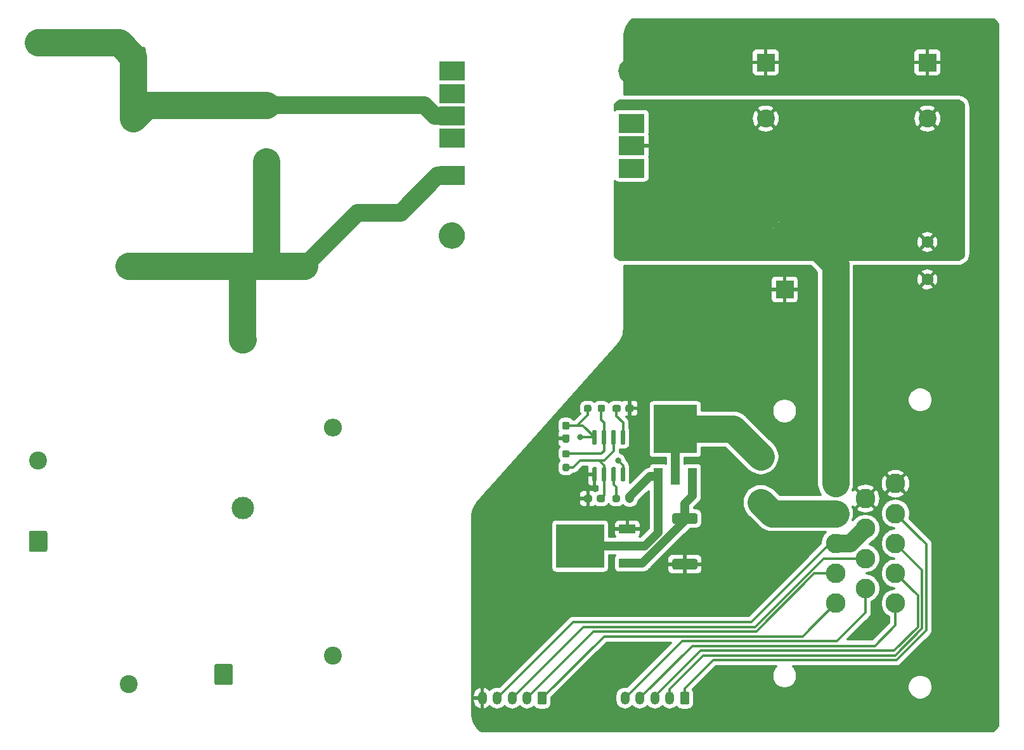
<source format=gbr>
%TF.GenerationSoftware,KiCad,Pcbnew,5.1.7-a382d34a8~88~ubuntu18.04.1*%
%TF.CreationDate,2021-03-18T09:15:53-04:00*%
%TF.ProjectId,HV_DCDC,48565f44-4344-4432-9e6b-696361645f70,rev?*%
%TF.SameCoordinates,Original*%
%TF.FileFunction,Copper,L1,Top*%
%TF.FilePolarity,Positive*%
%FSLAX46Y46*%
G04 Gerber Fmt 4.6, Leading zero omitted, Abs format (unit mm)*
G04 Created by KiCad (PCBNEW 5.1.7-a382d34a8~88~ubuntu18.04.1) date 2021-03-18 09:15:53*
%MOMM*%
%LPD*%
G01*
G04 APERTURE LIST*
%TA.AperFunction,ComponentPad*%
%ADD10R,3.500000X2.500000*%
%TD*%
%TA.AperFunction,ComponentPad*%
%ADD11C,0.100000*%
%TD*%
%TA.AperFunction,ComponentPad*%
%ADD12C,2.625000*%
%TD*%
%TA.AperFunction,ComponentPad*%
%ADD13R,2.625000X2.625000*%
%TD*%
%TA.AperFunction,ComponentPad*%
%ADD14O,2.400000X2.400000*%
%TD*%
%TA.AperFunction,ComponentPad*%
%ADD15C,2.400000*%
%TD*%
%TA.AperFunction,SMDPad,CuDef*%
%ADD16R,5.800000X6.400000*%
%TD*%
%TA.AperFunction,SMDPad,CuDef*%
%ADD17R,1.200000X2.200000*%
%TD*%
%TA.AperFunction,SMDPad,CuDef*%
%ADD18R,6.400000X5.800000*%
%TD*%
%TA.AperFunction,SMDPad,CuDef*%
%ADD19R,2.200000X1.200000*%
%TD*%
%TA.AperFunction,ComponentPad*%
%ADD20O,1.200000X1.750000*%
%TD*%
%TA.AperFunction,ComponentPad*%
%ADD21O,3.300000X2.640000*%
%TD*%
%TA.AperFunction,ComponentPad*%
%ADD22O,2.640000X3.300000*%
%TD*%
%TA.AperFunction,ComponentPad*%
%ADD23C,3.000000*%
%TD*%
%TA.AperFunction,ComponentPad*%
%ADD24C,1.600000*%
%TD*%
%TA.AperFunction,ComponentPad*%
%ADD25R,2.400000X2.400000*%
%TD*%
%TA.AperFunction,ViaPad*%
%ADD26C,0.800000*%
%TD*%
%TA.AperFunction,Conductor*%
%ADD27C,0.360000*%
%TD*%
%TA.AperFunction,Conductor*%
%ADD28C,3.600000*%
%TD*%
%TA.AperFunction,Conductor*%
%ADD29C,2.400000*%
%TD*%
%TA.AperFunction,Conductor*%
%ADD30C,1.200000*%
%TD*%
%TA.AperFunction,Conductor*%
%ADD31C,0.100000*%
%TD*%
G04 APERTURE END LIST*
%TO.P,R9,2*%
%TO.N,/RED_ON_GND*%
%TA.AperFunction,SMDPad,CuDef*%
G36*
G01*
X171929999Y-89980000D02*
X174780001Y-89980000D01*
G75*
G02*
X175030000Y-90229999I0J-249999D01*
G01*
X175030000Y-91130001D01*
G75*
G02*
X174780001Y-91380000I-249999J0D01*
G01*
X171929999Y-91380000D01*
G75*
G02*
X171680000Y-91130001I0J249999D01*
G01*
X171680000Y-90229999D01*
G75*
G02*
X171929999Y-89980000I249999J0D01*
G01*
G37*
%TD.AperFunction*%
%TO.P,R9,1*%
%TO.N,Net-(Q2-Pad2)*%
%TA.AperFunction,SMDPad,CuDef*%
G36*
G01*
X171929999Y-83880000D02*
X174780001Y-83880000D01*
G75*
G02*
X175030000Y-84129999I0J-249999D01*
G01*
X175030000Y-85030001D01*
G75*
G02*
X174780001Y-85280000I-249999J0D01*
G01*
X171929999Y-85280000D01*
G75*
G02*
X171680000Y-85030001I0J249999D01*
G01*
X171680000Y-84129999D01*
G75*
G02*
X171929999Y-83880000I249999J0D01*
G01*
G37*
%TD.AperFunction*%
%TD*%
D10*
%TO.P,U1,8*%
%TO.N,N/C*%
X132080000Y-33020000D03*
%TA.AperFunction,ComponentPad*%
D11*
%TO.P,U1,14*%
G36*
X132336778Y-53288941D02*
G01*
X132505215Y-53322445D01*
X132669557Y-53372298D01*
X132828221Y-53438019D01*
X132979680Y-53518975D01*
X133122474Y-53614387D01*
X133255228Y-53723336D01*
X133376664Y-53844772D01*
X133485613Y-53977526D01*
X133581025Y-54120320D01*
X133661981Y-54271779D01*
X133727702Y-54430443D01*
X133777555Y-54594785D01*
X133811059Y-54763222D01*
X133827892Y-54934132D01*
X133827892Y-55105868D01*
X133811059Y-55276778D01*
X133777555Y-55445215D01*
X133727702Y-55609557D01*
X133661981Y-55768221D01*
X133581025Y-55919680D01*
X133485613Y-56062474D01*
X133376664Y-56195228D01*
X133255228Y-56316664D01*
X133122474Y-56425613D01*
X132979680Y-56521025D01*
X132828221Y-56601981D01*
X132669557Y-56667702D01*
X132505215Y-56717555D01*
X132336778Y-56751059D01*
X132165868Y-56767892D01*
X131994132Y-56767892D01*
X131823222Y-56751059D01*
X131654785Y-56717555D01*
X131490443Y-56667702D01*
X131331779Y-56601981D01*
X131180320Y-56521025D01*
X131037526Y-56425613D01*
X130904772Y-56316664D01*
X130783336Y-56195228D01*
X130674387Y-56062474D01*
X130578975Y-55919680D01*
X130498019Y-55768221D01*
X130432298Y-55609557D01*
X130382445Y-55445215D01*
X130348941Y-55276778D01*
X130332108Y-55105868D01*
X130332108Y-54934132D01*
X130348941Y-54763222D01*
X130382445Y-54594785D01*
X130432298Y-54430443D01*
X130498019Y-54271779D01*
X130578975Y-54120320D01*
X130674387Y-53977526D01*
X130783336Y-53844772D01*
X130904772Y-53723336D01*
X131037526Y-53614387D01*
X131180320Y-53518975D01*
X131331779Y-53438019D01*
X131490443Y-53372298D01*
X131654785Y-53322445D01*
X131823222Y-53288941D01*
X131994132Y-53272108D01*
X132165868Y-53272108D01*
X132336778Y-53288941D01*
G37*
%TD.AperFunction*%
D10*
%TO.P,U1,9*%
X132080000Y-36020000D03*
%TO.P,U1,10*%
%TO.N,/TSV-*%
X132080000Y-39020000D03*
%TO.P,U1,11*%
%TO.N,N/C*%
X132080000Y-42020000D03*
%TO.P,U1,12*%
%TO.N,/TSV+*%
X132080000Y-47020000D03*
%TA.AperFunction,ComponentPad*%
D11*
%TO.P,U1,7*%
%TO.N,GND*%
G36*
X156336778Y-31288941D02*
G01*
X156505215Y-31322445D01*
X156669557Y-31372298D01*
X156828221Y-31438019D01*
X156979680Y-31518975D01*
X157122474Y-31614387D01*
X157255228Y-31723336D01*
X157376664Y-31844772D01*
X157485613Y-31977526D01*
X157581025Y-32120320D01*
X157661981Y-32271779D01*
X157727702Y-32430443D01*
X157777555Y-32594785D01*
X157811059Y-32763222D01*
X157827892Y-32934132D01*
X157827892Y-33105868D01*
X157811059Y-33276778D01*
X157777555Y-33445215D01*
X157727702Y-33609557D01*
X157661981Y-33768221D01*
X157581025Y-33919680D01*
X157485613Y-34062474D01*
X157376664Y-34195228D01*
X157255228Y-34316664D01*
X157122474Y-34425613D01*
X156979680Y-34521025D01*
X156828221Y-34601981D01*
X156669557Y-34667702D01*
X156505215Y-34717555D01*
X156336778Y-34751059D01*
X156165868Y-34767892D01*
X155994132Y-34767892D01*
X155823222Y-34751059D01*
X155654785Y-34717555D01*
X155490443Y-34667702D01*
X155331779Y-34601981D01*
X155180320Y-34521025D01*
X155037526Y-34425613D01*
X154904772Y-34316664D01*
X154783336Y-34195228D01*
X154674387Y-34062474D01*
X154578975Y-33919680D01*
X154498019Y-33768221D01*
X154432298Y-33609557D01*
X154382445Y-33445215D01*
X154348941Y-33276778D01*
X154332108Y-33105868D01*
X154332108Y-32934132D01*
X154348941Y-32763222D01*
X154382445Y-32594785D01*
X154432298Y-32430443D01*
X154498019Y-32271779D01*
X154578975Y-32120320D01*
X154674387Y-31977526D01*
X154783336Y-31844772D01*
X154904772Y-31723336D01*
X155037526Y-31614387D01*
X155180320Y-31518975D01*
X155331779Y-31438019D01*
X155490443Y-31372298D01*
X155654785Y-31322445D01*
X155823222Y-31288941D01*
X155994132Y-31272108D01*
X156165868Y-31272108D01*
X156336778Y-31288941D01*
G37*
%TD.AperFunction*%
D10*
%TO.P,U1,6*%
%TO.N,N/C*%
X156080000Y-40020000D03*
%TO.P,U1,5*%
%TO.N,/+DCDC_OUT*%
X156080000Y-43020000D03*
%TO.P,U1,4*%
%TO.N,N/C*%
X156080000Y-46020000D03*
%TD*%
D12*
%TO.P,J5,14*%
%TO.N,/INPUT3*%
X191325000Y-104170000D03*
%TO.P,J5,13*%
%TO.N,/INPUT2*%
X191325000Y-100170000D03*
%TO.P,J5,12*%
%TO.N,/INPUT1*%
X191325000Y-96170000D03*
%TO.P,J5,11*%
%TO.N,+5V*%
X191325000Y-92170000D03*
%TO.P,J5,10*%
%TO.N,GND*%
X191325000Y-88170000D03*
%TO.P,J5,9*%
%TO.N,GNDREF*%
X187325000Y-102170000D03*
%TO.P,J5,8*%
%TO.N,/Fault_IND*%
X187325000Y-98170000D03*
%TO.P,J5,7*%
%TO.N,+12V*%
X187325000Y-94170000D03*
%TO.P,J5,6*%
%TO.N,GND*%
X187325000Y-90170000D03*
%TO.P,J5,5*%
%TO.N,/GND_Electric*%
X183325000Y-104170000D03*
%TO.P,J5,4*%
%TO.N,/GND_Chassis*%
X183325000Y-100170000D03*
%TO.P,J5,3*%
%TO.N,+12V*%
X183325000Y-96170000D03*
%TO.P,J5,2*%
%TO.N,/RED_ON_GND*%
X183325000Y-92170000D03*
D13*
%TO.P,J5,1*%
%TO.N,/+DCDC_OUT*%
X183325000Y-88170000D03*
%TD*%
%TO.P,U2,8*%
%TO.N,VCC*%
%TA.AperFunction,SMDPad,CuDef*%
G36*
G01*
X151280000Y-82955000D02*
X150980000Y-82955000D01*
G75*
G02*
X150830000Y-82805000I0J150000D01*
G01*
X150830000Y-81155000D01*
G75*
G02*
X150980000Y-81005000I150000J0D01*
G01*
X151280000Y-81005000D01*
G75*
G02*
X151430000Y-81155000I0J-150000D01*
G01*
X151430000Y-82805000D01*
G75*
G02*
X151280000Y-82955000I-150000J0D01*
G01*
G37*
%TD.AperFunction*%
%TO.P,U2,7*%
%TO.N,Net-(R3-Pad2)*%
%TA.AperFunction,SMDPad,CuDef*%
G36*
G01*
X152550000Y-82955000D02*
X152250000Y-82955000D01*
G75*
G02*
X152100000Y-82805000I0J150000D01*
G01*
X152100000Y-81155000D01*
G75*
G02*
X152250000Y-81005000I150000J0D01*
G01*
X152550000Y-81005000D01*
G75*
G02*
X152700000Y-81155000I0J-150000D01*
G01*
X152700000Y-82805000D01*
G75*
G02*
X152550000Y-82955000I-150000J0D01*
G01*
G37*
%TD.AperFunction*%
%TO.P,U2,6*%
%TO.N,/TSAL_on_HVPDU/pass*%
%TA.AperFunction,SMDPad,CuDef*%
G36*
G01*
X153820000Y-82955000D02*
X153520000Y-82955000D01*
G75*
G02*
X153370000Y-82805000I0J150000D01*
G01*
X153370000Y-81155000D01*
G75*
G02*
X153520000Y-81005000I150000J0D01*
G01*
X153820000Y-81005000D01*
G75*
G02*
X153970000Y-81155000I0J-150000D01*
G01*
X153970000Y-82805000D01*
G75*
G02*
X153820000Y-82955000I-150000J0D01*
G01*
G37*
%TD.AperFunction*%
%TO.P,U2,5*%
%TO.N,Net-(C1-Pad1)*%
%TA.AperFunction,SMDPad,CuDef*%
G36*
G01*
X155090000Y-82955000D02*
X154790000Y-82955000D01*
G75*
G02*
X154640000Y-82805000I0J150000D01*
G01*
X154640000Y-81155000D01*
G75*
G02*
X154790000Y-81005000I150000J0D01*
G01*
X155090000Y-81005000D01*
G75*
G02*
X155240000Y-81155000I0J-150000D01*
G01*
X155240000Y-82805000D01*
G75*
G02*
X155090000Y-82955000I-150000J0D01*
G01*
G37*
%TD.AperFunction*%
%TO.P,U2,4*%
%TO.N,VCC*%
%TA.AperFunction,SMDPad,CuDef*%
G36*
G01*
X155090000Y-87905000D02*
X154790000Y-87905000D01*
G75*
G02*
X154640000Y-87755000I0J150000D01*
G01*
X154640000Y-86105000D01*
G75*
G02*
X154790000Y-85955000I150000J0D01*
G01*
X155090000Y-85955000D01*
G75*
G02*
X155240000Y-86105000I0J-150000D01*
G01*
X155240000Y-87755000D01*
G75*
G02*
X155090000Y-87905000I-150000J0D01*
G01*
G37*
%TD.AperFunction*%
%TO.P,U2,3*%
%TO.N,/TSAL_on_HVPDU/555_OUT*%
%TA.AperFunction,SMDPad,CuDef*%
G36*
G01*
X153820000Y-87905000D02*
X153520000Y-87905000D01*
G75*
G02*
X153370000Y-87755000I0J150000D01*
G01*
X153370000Y-86105000D01*
G75*
G02*
X153520000Y-85955000I150000J0D01*
G01*
X153820000Y-85955000D01*
G75*
G02*
X153970000Y-86105000I0J-150000D01*
G01*
X153970000Y-87755000D01*
G75*
G02*
X153820000Y-87905000I-150000J0D01*
G01*
G37*
%TD.AperFunction*%
%TO.P,U2,2*%
%TO.N,/TSAL_on_HVPDU/pass*%
%TA.AperFunction,SMDPad,CuDef*%
G36*
G01*
X152550000Y-87905000D02*
X152250000Y-87905000D01*
G75*
G02*
X152100000Y-87755000I0J150000D01*
G01*
X152100000Y-86105000D01*
G75*
G02*
X152250000Y-85955000I150000J0D01*
G01*
X152550000Y-85955000D01*
G75*
G02*
X152700000Y-86105000I0J-150000D01*
G01*
X152700000Y-87755000D01*
G75*
G02*
X152550000Y-87905000I-150000J0D01*
G01*
G37*
%TD.AperFunction*%
%TO.P,U2,1*%
%TO.N,GND*%
%TA.AperFunction,SMDPad,CuDef*%
G36*
G01*
X151280000Y-87905000D02*
X150980000Y-87905000D01*
G75*
G02*
X150830000Y-87755000I0J150000D01*
G01*
X150830000Y-86105000D01*
G75*
G02*
X150980000Y-85955000I150000J0D01*
G01*
X151280000Y-85955000D01*
G75*
G02*
X151430000Y-86105000I0J-150000D01*
G01*
X151430000Y-87755000D01*
G75*
G02*
X151280000Y-87905000I-150000J0D01*
G01*
G37*
%TD.AperFunction*%
%TD*%
D14*
%TO.P,R8,2*%
%TO.N,/TSV-*%
X76835000Y-29210000D03*
D15*
%TO.P,R8,1*%
%TO.N,/TSV-_TSMP*%
X76835000Y-85090000D03*
%TD*%
D14*
%TO.P,R7,2*%
%TO.N,/TSV+*%
X88900000Y-59055000D03*
D15*
%TO.P,R7,1*%
%TO.N,/TSV+_TSMP*%
X88900000Y-114935000D03*
%TD*%
%TO.P,R6,2*%
%TO.N,Net-(Q1-Pad1)*%
%TA.AperFunction,SMDPad,CuDef*%
G36*
G01*
X164620001Y-93535000D02*
X161769999Y-93535000D01*
G75*
G02*
X161520000Y-93285001I0J249999D01*
G01*
X161520000Y-92384999D01*
G75*
G02*
X161769999Y-92135000I249999J0D01*
G01*
X164620001Y-92135000D01*
G75*
G02*
X164870000Y-92384999I0J-249999D01*
G01*
X164870000Y-93285001D01*
G75*
G02*
X164620001Y-93535000I-249999J0D01*
G01*
G37*
%TD.AperFunction*%
%TO.P,R6,1*%
%TO.N,GND*%
%TA.AperFunction,SMDPad,CuDef*%
G36*
G01*
X164620001Y-99635000D02*
X161769999Y-99635000D01*
G75*
G02*
X161520000Y-99385001I0J249999D01*
G01*
X161520000Y-98484999D01*
G75*
G02*
X161769999Y-98235000I249999J0D01*
G01*
X164620001Y-98235000D01*
G75*
G02*
X164870000Y-98484999I0J-249999D01*
G01*
X164870000Y-99385001D01*
G75*
G02*
X164620001Y-99635000I-249999J0D01*
G01*
G37*
%TD.AperFunction*%
%TD*%
%TO.P,R5,2*%
%TO.N,/TSAL_on_HVPDU/555_OUT*%
%TA.AperFunction,SMDPad,CuDef*%
G36*
G01*
X154515000Y-89932500D02*
X154515000Y-90407500D01*
G75*
G02*
X154277500Y-90645000I-237500J0D01*
G01*
X153777500Y-90645000D01*
G75*
G02*
X153540000Y-90407500I0J237500D01*
G01*
X153540000Y-89932500D01*
G75*
G02*
X153777500Y-89695000I237500J0D01*
G01*
X154277500Y-89695000D01*
G75*
G02*
X154515000Y-89932500I0J-237500D01*
G01*
G37*
%TD.AperFunction*%
%TO.P,R5,1*%
%TO.N,Net-(Q1-Pad2)*%
%TA.AperFunction,SMDPad,CuDef*%
G36*
G01*
X156340000Y-89932500D02*
X156340000Y-90407500D01*
G75*
G02*
X156102500Y-90645000I-237500J0D01*
G01*
X155602500Y-90645000D01*
G75*
G02*
X155365000Y-90407500I0J237500D01*
G01*
X155365000Y-89932500D01*
G75*
G02*
X155602500Y-89695000I237500J0D01*
G01*
X156102500Y-89695000D01*
G75*
G02*
X156340000Y-89932500I0J-237500D01*
G01*
G37*
%TD.AperFunction*%
%TD*%
%TO.P,R4,2*%
%TO.N,/TSAL_on_HVPDU/pass*%
%TA.AperFunction,SMDPad,CuDef*%
G36*
G01*
X147082500Y-85515000D02*
X147557500Y-85515000D01*
G75*
G02*
X147795000Y-85752500I0J-237500D01*
G01*
X147795000Y-86252500D01*
G75*
G02*
X147557500Y-86490000I-237500J0D01*
G01*
X147082500Y-86490000D01*
G75*
G02*
X146845000Y-86252500I0J237500D01*
G01*
X146845000Y-85752500D01*
G75*
G02*
X147082500Y-85515000I237500J0D01*
G01*
G37*
%TD.AperFunction*%
%TO.P,R4,1*%
%TO.N,Net-(R3-Pad2)*%
%TA.AperFunction,SMDPad,CuDef*%
G36*
G01*
X147082500Y-83690000D02*
X147557500Y-83690000D01*
G75*
G02*
X147795000Y-83927500I0J-237500D01*
G01*
X147795000Y-84427500D01*
G75*
G02*
X147557500Y-84665000I-237500J0D01*
G01*
X147082500Y-84665000D01*
G75*
G02*
X146845000Y-84427500I0J237500D01*
G01*
X146845000Y-83927500D01*
G75*
G02*
X147082500Y-83690000I237500J0D01*
G01*
G37*
%TD.AperFunction*%
%TD*%
%TO.P,R3,2*%
%TO.N,Net-(R3-Pad2)*%
%TA.AperFunction,SMDPad,CuDef*%
G36*
G01*
X151555000Y-78342500D02*
X151555000Y-77867500D01*
G75*
G02*
X151792500Y-77630000I237500J0D01*
G01*
X152292500Y-77630000D01*
G75*
G02*
X152530000Y-77867500I0J-237500D01*
G01*
X152530000Y-78342500D01*
G75*
G02*
X152292500Y-78580000I-237500J0D01*
G01*
X151792500Y-78580000D01*
G75*
G02*
X151555000Y-78342500I0J237500D01*
G01*
G37*
%TD.AperFunction*%
%TO.P,R3,1*%
%TO.N,VCC*%
%TA.AperFunction,SMDPad,CuDef*%
G36*
G01*
X149730000Y-78342500D02*
X149730000Y-77867500D01*
G75*
G02*
X149967500Y-77630000I237500J0D01*
G01*
X150467500Y-77630000D01*
G75*
G02*
X150705000Y-77867500I0J-237500D01*
G01*
X150705000Y-78342500D01*
G75*
G02*
X150467500Y-78580000I-237500J0D01*
G01*
X149967500Y-78580000D01*
G75*
G02*
X149730000Y-78342500I0J237500D01*
G01*
G37*
%TD.AperFunction*%
%TD*%
D14*
%TO.P,R1,2*%
%TO.N,/TSAL_TSV+*%
X116205000Y-80645000D03*
D15*
%TO.P,R1,1*%
%TO.N,Net-(R1-Pad1)*%
X116205000Y-111125000D03*
%TD*%
D16*
%TO.P,Q2,2*%
%TO.N,Net-(Q2-Pad2)*%
X161925000Y-80875000D03*
D17*
%TO.P,Q2,3*%
%TO.N,Net-(Q1-Pad1)*%
X164205000Y-87175000D03*
%TO.P,Q2,2*%
%TO.N,Net-(Q2-Pad2)*%
X161925000Y-87175000D03*
%TO.P,Q2,1*%
%TO.N,Net-(Q1-Pad2)*%
X159645000Y-87175000D03*
%TD*%
D18*
%TO.P,Q1,2*%
%TO.N,Net-(Q1-Pad2)*%
X149225000Y-96520000D03*
D19*
%TO.P,Q1,3*%
%TO.N,GND*%
X155525000Y-94240000D03*
%TO.P,Q1,2*%
%TO.N,Net-(Q1-Pad2)*%
X155525000Y-96520000D03*
%TO.P,Q1,1*%
%TO.N,Net-(Q1-Pad1)*%
X155525000Y-98800000D03*
%TD*%
D20*
%TO.P,J7,5*%
%TO.N,GND*%
X136145000Y-116840000D03*
%TO.P,J7,4*%
%TO.N,+12V*%
X138145000Y-116840000D03*
%TO.P,J7,3*%
%TO.N,/Fault_IND*%
X140145000Y-116840000D03*
%TO.P,J7,2*%
%TO.N,/GND_Chassis*%
X142145000Y-116840000D03*
%TO.P,J7,1*%
%TO.N,/GND_Electric*%
%TA.AperFunction,ComponentPad*%
G36*
G01*
X144745000Y-116214999D02*
X144745000Y-117465001D01*
G75*
G02*
X144495001Y-117715000I-249999J0D01*
G01*
X143794999Y-117715000D01*
G75*
G02*
X143545000Y-117465001I0J249999D01*
G01*
X143545000Y-116214999D01*
G75*
G02*
X143794999Y-115965000I249999J0D01*
G01*
X144495001Y-115965000D01*
G75*
G02*
X144745000Y-116214999I0J-249999D01*
G01*
G37*
%TD.AperFunction*%
%TD*%
%TO.P,J6,5*%
%TO.N,GNDREF*%
X155195000Y-116840000D03*
%TO.P,J6,4*%
%TO.N,/INPUT3*%
X157195000Y-116840000D03*
%TO.P,J6,3*%
%TO.N,/INPUT2*%
X159195000Y-116840000D03*
%TO.P,J6,2*%
%TO.N,/INPUT1*%
X161195000Y-116840000D03*
%TO.P,J6,1*%
%TO.N,+5V*%
%TA.AperFunction,ComponentPad*%
G36*
G01*
X163795000Y-116214999D02*
X163795000Y-117465001D01*
G75*
G02*
X163545001Y-117715000I-249999J0D01*
G01*
X162844999Y-117715000D01*
G75*
G02*
X162595000Y-117465001I0J249999D01*
G01*
X162595000Y-116214999D01*
G75*
G02*
X162844999Y-115965000I249999J0D01*
G01*
X163545001Y-115965000D01*
G75*
G02*
X163795000Y-116214999I0J-249999D01*
G01*
G37*
%TD.AperFunction*%
%TD*%
%TO.P,J4,1*%
%TO.N,/TSV-_TSMP*%
%TA.AperFunction,ComponentPad*%
G36*
G01*
X75605000Y-97035001D02*
X75605000Y-94734999D01*
G75*
G02*
X75854999Y-94485000I249999J0D01*
G01*
X77815001Y-94485000D01*
G75*
G02*
X78065000Y-94734999I0J-249999D01*
G01*
X78065000Y-97035001D01*
G75*
G02*
X77815001Y-97285000I-249999J0D01*
G01*
X75854999Y-97285000D01*
G75*
G02*
X75605000Y-97035001I0J249999D01*
G01*
G37*
%TD.AperFunction*%
%TD*%
%TO.P,J3,1*%
%TO.N,/TSV+_TSMP*%
%TA.AperFunction,ComponentPad*%
G36*
G01*
X102830000Y-112514999D02*
X102830000Y-114815001D01*
G75*
G02*
X102580001Y-115065000I-249999J0D01*
G01*
X100619999Y-115065000D01*
G75*
G02*
X100370000Y-114815001I0J249999D01*
G01*
X100370000Y-112514999D01*
G75*
G02*
X100619999Y-112265000I249999J0D01*
G01*
X102580001Y-112265000D01*
G75*
G02*
X102830000Y-112514999I0J-249999D01*
G01*
G37*
%TD.AperFunction*%
%TD*%
D21*
%TO.P,J2,3*%
%TO.N,/TSV-*%
X89535000Y-39395000D03*
%TO.P,J2,2*%
X89535000Y-35255000D03*
%TO.P,J2,1*%
%TA.AperFunction,ComponentPad*%
G36*
G01*
X87885000Y-32185000D02*
X87885000Y-30045000D01*
G75*
G02*
X88135000Y-29795000I250000J0D01*
G01*
X90935000Y-29795000D01*
G75*
G02*
X91185000Y-30045000I0J-250000D01*
G01*
X91185000Y-32185000D01*
G75*
G02*
X90935000Y-32435000I-250000J0D01*
G01*
X88135000Y-32435000D01*
G75*
G02*
X87885000Y-32185000I0J250000D01*
G01*
G37*
%TD.AperFunction*%
%TD*%
D22*
%TO.P,J1,3*%
%TO.N,/TSV+*%
X112400000Y-59055000D03*
%TO.P,J1,2*%
X108260000Y-59055000D03*
%TO.P,J1,1*%
%TA.AperFunction,ComponentPad*%
G36*
G01*
X105190000Y-60705000D02*
X103050000Y-60705000D01*
G75*
G02*
X102800000Y-60455000I0J250000D01*
G01*
X102800000Y-57655000D01*
G75*
G02*
X103050000Y-57405000I250000J0D01*
G01*
X105190000Y-57405000D01*
G75*
G02*
X105440000Y-57655000I0J-250000D01*
G01*
X105440000Y-60455000D01*
G75*
G02*
X105190000Y-60705000I-250000J0D01*
G01*
G37*
%TD.AperFunction*%
%TD*%
D23*
%TO.P,F1,1*%
%TO.N,/TSAL_TSV+*%
X104140000Y-91440000D03*
%TO.P,F1,2*%
%TO.N,/TSV+*%
X104140000Y-68940000D03*
%TD*%
D24*
%TO.P,C8,2*%
%TO.N,GND*%
X195580000Y-60880000D03*
%TO.P,C8,1*%
%TO.N,/+DCDC_OUT*%
X195580000Y-55880000D03*
%TD*%
D25*
%TO.P,C7,2*%
%TO.N,GND*%
X176530000Y-62230000D03*
D15*
%TO.P,C7,1*%
%TO.N,/+DCDC_OUT*%
X176530000Y-54730000D03*
%TD*%
D25*
%TO.P,C6,2*%
%TO.N,GND*%
X173990000Y-31870000D03*
D15*
%TO.P,C6,1*%
%TO.N,/+DCDC_OUT*%
X173990000Y-39370000D03*
%TD*%
D25*
%TO.P,C5,2*%
%TO.N,GND*%
X195580000Y-31870000D03*
D15*
%TO.P,C5,1*%
%TO.N,/+DCDC_OUT*%
X195580000Y-39370000D03*
%TD*%
D25*
%TO.P,C4,2*%
%TO.N,/TSV-*%
X107315000Y-37585000D03*
D15*
%TO.P,C4,1*%
%TO.N,/TSV+*%
X107315000Y-45085000D03*
%TD*%
%TO.P,C3,2*%
%TO.N,GND*%
%TA.AperFunction,SMDPad,CuDef*%
G36*
G01*
X147082500Y-81605000D02*
X147557500Y-81605000D01*
G75*
G02*
X147795000Y-81842500I0J-237500D01*
G01*
X147795000Y-82442500D01*
G75*
G02*
X147557500Y-82680000I-237500J0D01*
G01*
X147082500Y-82680000D01*
G75*
G02*
X146845000Y-82442500I0J237500D01*
G01*
X146845000Y-81842500D01*
G75*
G02*
X147082500Y-81605000I237500J0D01*
G01*
G37*
%TD.AperFunction*%
%TO.P,C3,1*%
%TO.N,VCC*%
%TA.AperFunction,SMDPad,CuDef*%
G36*
G01*
X147082500Y-79880000D02*
X147557500Y-79880000D01*
G75*
G02*
X147795000Y-80117500I0J-237500D01*
G01*
X147795000Y-80717500D01*
G75*
G02*
X147557500Y-80955000I-237500J0D01*
G01*
X147082500Y-80955000D01*
G75*
G02*
X146845000Y-80717500I0J237500D01*
G01*
X146845000Y-80117500D01*
G75*
G02*
X147082500Y-79880000I237500J0D01*
G01*
G37*
%TD.AperFunction*%
%TD*%
%TO.P,C2,2*%
%TO.N,GND*%
%TA.AperFunction,SMDPad,CuDef*%
G36*
G01*
X150805000Y-89932500D02*
X150805000Y-90407500D01*
G75*
G02*
X150567500Y-90645000I-237500J0D01*
G01*
X149967500Y-90645000D01*
G75*
G02*
X149730000Y-90407500I0J237500D01*
G01*
X149730000Y-89932500D01*
G75*
G02*
X149967500Y-89695000I237500J0D01*
G01*
X150567500Y-89695000D01*
G75*
G02*
X150805000Y-89932500I0J-237500D01*
G01*
G37*
%TD.AperFunction*%
%TO.P,C2,1*%
%TO.N,/TSAL_on_HVPDU/pass*%
%TA.AperFunction,SMDPad,CuDef*%
G36*
G01*
X152530000Y-89932500D02*
X152530000Y-90407500D01*
G75*
G02*
X152292500Y-90645000I-237500J0D01*
G01*
X151692500Y-90645000D01*
G75*
G02*
X151455000Y-90407500I0J237500D01*
G01*
X151455000Y-89932500D01*
G75*
G02*
X151692500Y-89695000I237500J0D01*
G01*
X152292500Y-89695000D01*
G75*
G02*
X152530000Y-89932500I0J-237500D01*
G01*
G37*
%TD.AperFunction*%
%TD*%
%TO.P,C1,2*%
%TO.N,GND*%
%TA.AperFunction,SMDPad,CuDef*%
G36*
G01*
X155265000Y-78342500D02*
X155265000Y-77867500D01*
G75*
G02*
X155502500Y-77630000I237500J0D01*
G01*
X156102500Y-77630000D01*
G75*
G02*
X156340000Y-77867500I0J-237500D01*
G01*
X156340000Y-78342500D01*
G75*
G02*
X156102500Y-78580000I-237500J0D01*
G01*
X155502500Y-78580000D01*
G75*
G02*
X155265000Y-78342500I0J237500D01*
G01*
G37*
%TD.AperFunction*%
%TO.P,C1,1*%
%TO.N,Net-(C1-Pad1)*%
%TA.AperFunction,SMDPad,CuDef*%
G36*
G01*
X153540000Y-78342500D02*
X153540000Y-77867500D01*
G75*
G02*
X153777500Y-77630000I237500J0D01*
G01*
X154377500Y-77630000D01*
G75*
G02*
X154615000Y-77867500I0J-237500D01*
G01*
X154615000Y-78342500D01*
G75*
G02*
X154377500Y-78580000I-237500J0D01*
G01*
X153777500Y-78580000D01*
G75*
G02*
X153540000Y-78342500I0J237500D01*
G01*
G37*
%TD.AperFunction*%
%TD*%
D26*
%TO.N,VCC*%
X154305000Y-85090000D03*
X149225000Y-81915000D03*
%TD*%
D27*
%TO.N,Net-(C1-Pad1)*%
X154077500Y-78105000D02*
X154077500Y-79147500D01*
X154940000Y-80010000D02*
X154940000Y-81980000D01*
X154077500Y-79147500D02*
X154940000Y-80010000D01*
%TO.N,/TSAL_on_HVPDU/pass*%
X147320000Y-86002500D02*
X148312500Y-86002500D01*
X148312500Y-86002500D02*
X149225000Y-85090000D01*
X149225000Y-85090000D02*
X151765000Y-85090000D01*
X152400000Y-85725000D02*
X152400000Y-86930000D01*
X151765000Y-85090000D02*
X152400000Y-85725000D01*
X151765000Y-85090000D02*
X152400000Y-85090000D01*
X153670000Y-83820000D02*
X153670000Y-81980000D01*
X152400000Y-85090000D02*
X153670000Y-83820000D01*
X152400000Y-89762500D02*
X151992500Y-90170000D01*
X152400000Y-86930000D02*
X152400000Y-89762500D01*
%TO.N,VCC*%
X154940000Y-86930000D02*
X154940000Y-85725000D01*
X154940000Y-85725000D02*
X154305000Y-85090000D01*
X151065000Y-81915000D02*
X151130000Y-81980000D01*
X149225000Y-81915000D02*
X151065000Y-81915000D01*
X147320000Y-80417500D02*
X148817500Y-80417500D01*
X150217500Y-79017500D02*
X150217500Y-78105000D01*
X148817500Y-80417500D02*
X150217500Y-79017500D01*
X149567500Y-80417500D02*
X151130000Y-81980000D01*
X148817500Y-80417500D02*
X149567500Y-80417500D01*
D28*
%TO.N,/TSV-*%
X89535000Y-31115000D02*
X89535000Y-39395000D01*
X87630000Y-29210000D02*
X89535000Y-31115000D01*
X76835000Y-29210000D02*
X87630000Y-29210000D01*
X91345000Y-37585000D02*
X89535000Y-39395000D01*
X107315000Y-37585000D02*
X91345000Y-37585000D01*
D29*
X132080000Y-39020000D02*
X129825000Y-39020000D01*
X128390000Y-37585000D02*
X107315000Y-37585000D01*
X129825000Y-39020000D02*
X128390000Y-37585000D01*
D28*
%TO.N,/TSV+*%
X104115000Y-59055000D02*
X112395000Y-59055000D01*
X104115000Y-68915000D02*
X104140000Y-68940000D01*
X104115000Y-59055000D02*
X104115000Y-68915000D01*
X88900000Y-59055000D02*
X104120000Y-59055000D01*
X107315000Y-58110000D02*
X108260000Y-59055000D01*
X107315000Y-45085000D02*
X107315000Y-58110000D01*
D29*
X132080000Y-47020000D02*
X130145000Y-47020000D01*
X130145000Y-47020000D02*
X125222000Y-51943000D01*
X119512000Y-51943000D02*
X112400000Y-59055000D01*
X125222000Y-51943000D02*
X119512000Y-51943000D01*
D28*
%TO.N,/+DCDC_OUT*%
X176530000Y-54730000D02*
X179190000Y-54730000D01*
X179190000Y-54730000D02*
X183325000Y-58865000D01*
X183325000Y-58865000D02*
X183325000Y-88170000D01*
D27*
%TO.N,/GND_Electric*%
X144145000Y-116840000D02*
X152400000Y-108585000D01*
X178910000Y-108585000D02*
X183325000Y-104170000D01*
X152400000Y-108585000D02*
X178910000Y-108585000D01*
%TO.N,/GND_Chassis*%
X142145000Y-116840000D02*
X151035000Y-107950000D01*
X151035000Y-107950000D02*
X172720000Y-107950000D01*
X180500000Y-100170000D02*
X183325000Y-100170000D01*
X172720000Y-107950000D02*
X180500000Y-100170000D01*
%TO.N,GNDREF*%
X155195000Y-116840000D02*
X162815000Y-109220000D01*
X162815000Y-109220000D02*
X183515000Y-109220000D01*
X187325000Y-105410000D02*
X187325000Y-102170000D01*
X183515000Y-109220000D02*
X187325000Y-105410000D01*
%TO.N,/INPUT2*%
X159195000Y-116565000D02*
X165270000Y-110490000D01*
X159195000Y-116840000D02*
X159195000Y-116565000D01*
X165270000Y-110490000D02*
X191135000Y-110490000D01*
X191135000Y-110490000D02*
X194310000Y-107315000D01*
X194310000Y-103155000D02*
X191325000Y-100170000D01*
X194310000Y-107315000D02*
X194310000Y-103155000D01*
%TO.N,/INPUT1*%
X161195000Y-115605000D02*
X165675000Y-111125000D01*
X161195000Y-116840000D02*
X161195000Y-115605000D01*
X194870010Y-99715010D02*
X191325000Y-96170000D01*
X194870010Y-107546963D02*
X194870010Y-99715010D01*
X165675000Y-111125000D02*
X191291973Y-111125000D01*
X191291973Y-111125000D02*
X194870010Y-107546963D01*
%TO.N,+5V*%
X163195000Y-116840000D02*
X163195000Y-115570000D01*
X163195000Y-115570000D02*
X167005000Y-111760000D01*
X195430020Y-96275020D02*
X191325000Y-92170000D01*
X195430020Y-107778926D02*
X195430020Y-96275020D01*
X167005000Y-111760000D02*
X191448946Y-111760000D01*
X191448946Y-111760000D02*
X195430020Y-107778926D01*
%TO.N,/Fault_IND*%
X140145000Y-116840000D02*
X149670000Y-107315000D01*
X181708028Y-98170000D02*
X187325000Y-98170000D01*
X149670000Y-107315000D02*
X172563028Y-107315000D01*
X172563028Y-107315000D02*
X181708028Y-98170000D01*
%TO.N,+12V*%
X182595000Y-96170000D02*
X183325000Y-96170000D01*
X172085000Y-106680000D02*
X182595000Y-96170000D01*
X138145000Y-116840000D02*
X148305000Y-106680000D01*
X148305000Y-106680000D02*
X172085000Y-106680000D01*
D29*
X185325000Y-96170000D02*
X187325000Y-94170000D01*
X183325000Y-96170000D02*
X185325000Y-96170000D01*
D30*
%TO.N,Net-(Q1-Pad2)*%
X159645000Y-94700000D02*
X159645000Y-87175000D01*
X155525000Y-96520000D02*
X157825000Y-96520000D01*
X157825000Y-96520000D02*
X159645000Y-94700000D01*
X155852500Y-90170000D02*
X155852500Y-89892500D01*
X158570000Y-87175000D02*
X159645000Y-87175000D01*
X155852500Y-89892500D02*
X158570000Y-87175000D01*
X155525000Y-96520000D02*
X149225000Y-96520000D01*
%TO.N,Net-(Q1-Pad1)*%
X163195000Y-93129912D02*
X163195000Y-92835000D01*
X155525000Y-98800000D02*
X157524912Y-98800000D01*
X157524912Y-98800000D02*
X163195000Y-93129912D01*
X163195000Y-92835000D02*
X163195000Y-90805000D01*
X164205000Y-89795000D02*
X164205000Y-87175000D01*
X163195000Y-90805000D02*
X164205000Y-89795000D01*
D28*
%TO.N,/RED_ON_GND*%
X174845000Y-92170000D02*
X173355000Y-90680000D01*
X183325000Y-92170000D02*
X174845000Y-92170000D01*
D27*
%TO.N,Net-(R3-Pad2)*%
X152042500Y-78105000D02*
X152042500Y-79652500D01*
X152400000Y-80010000D02*
X152400000Y-81980000D01*
X152042500Y-79652500D02*
X152400000Y-80010000D01*
X147320000Y-84177500D02*
X152042500Y-84177500D01*
X152400000Y-83820000D02*
X152400000Y-81980000D01*
X152042500Y-84177500D02*
X152400000Y-83820000D01*
%TO.N,/TSAL_on_HVPDU/555_OUT*%
X153670000Y-86930000D02*
X153670000Y-88265000D01*
X154027500Y-88622500D02*
X154027500Y-90170000D01*
X153670000Y-88265000D02*
X154027500Y-88622500D01*
%TO.N,/INPUT3*%
X157195000Y-116840000D02*
X164180000Y-109855000D01*
X164180000Y-109855000D02*
X188595000Y-109855000D01*
X191325000Y-107125000D02*
X191325000Y-104170000D01*
X188595000Y-109855000D02*
X191325000Y-107125000D01*
D30*
%TO.N,Net-(Q2-Pad2)*%
X161925000Y-80875000D02*
X161925000Y-87175000D01*
D28*
X169650000Y-80875000D02*
X173355000Y-84580000D01*
X161925000Y-80875000D02*
X169650000Y-80875000D01*
%TD*%
D27*
%TO.N,/+DCDC_OUT*%
X199819804Y-37026610D02*
X199973466Y-37073222D01*
X200115082Y-37148918D01*
X200239212Y-37250788D01*
X200341082Y-37374918D01*
X200416778Y-37516534D01*
X200463390Y-37670196D01*
X200480000Y-37838840D01*
X200480000Y-57411160D01*
X200463390Y-57579804D01*
X200416778Y-57733466D01*
X200341082Y-57875082D01*
X200239212Y-57999212D01*
X200115082Y-58101082D01*
X199973466Y-58176778D01*
X199819804Y-58223390D01*
X199651160Y-58240000D01*
X154678840Y-58240000D01*
X154510196Y-58223390D01*
X154356534Y-58176778D01*
X154214918Y-58101082D01*
X154090788Y-57999212D01*
X153988918Y-57875082D01*
X153913222Y-57733466D01*
X153866610Y-57579804D01*
X153850000Y-57411160D01*
X153850000Y-56866505D01*
X194698147Y-56866505D01*
X194762087Y-57131656D01*
X195021990Y-57267172D01*
X195303336Y-57349381D01*
X195595314Y-57375121D01*
X195886703Y-57343406D01*
X196166306Y-57255451D01*
X196397913Y-57131656D01*
X196461853Y-56866505D01*
X195580000Y-55984652D01*
X194698147Y-56866505D01*
X153850000Y-56866505D01*
X153850000Y-56001058D01*
X175363594Y-56001058D01*
X175475608Y-56307142D01*
X175803552Y-56482540D01*
X176159415Y-56590588D01*
X176529518Y-56627135D01*
X176899639Y-56590776D01*
X177255557Y-56482909D01*
X177583591Y-56307678D01*
X177584392Y-56307142D01*
X177696406Y-56001058D01*
X176530000Y-54834652D01*
X175363594Y-56001058D01*
X153850000Y-56001058D01*
X153850000Y-54729518D01*
X174632865Y-54729518D01*
X174669224Y-55099639D01*
X174777091Y-55455557D01*
X174952322Y-55783591D01*
X174952858Y-55784392D01*
X175258942Y-55896406D01*
X176425348Y-54730000D01*
X176634652Y-54730000D01*
X177801058Y-55896406D01*
X177804041Y-55895314D01*
X194084879Y-55895314D01*
X194116594Y-56186703D01*
X194204549Y-56466306D01*
X194328344Y-56697913D01*
X194593495Y-56761853D01*
X195475348Y-55880000D01*
X195684652Y-55880000D01*
X196566505Y-56761853D01*
X196831656Y-56697913D01*
X196967172Y-56438010D01*
X197049381Y-56156664D01*
X197075121Y-55864686D01*
X197043406Y-55573297D01*
X196955451Y-55293694D01*
X196831656Y-55062087D01*
X196566505Y-54998147D01*
X195684652Y-55880000D01*
X195475348Y-55880000D01*
X194593495Y-54998147D01*
X194328344Y-55062087D01*
X194192828Y-55321990D01*
X194110619Y-55603336D01*
X194084879Y-55895314D01*
X177804041Y-55895314D01*
X178107142Y-55784392D01*
X178282540Y-55456448D01*
X178390588Y-55100585D01*
X178411037Y-54893495D01*
X194698147Y-54893495D01*
X195580000Y-55775348D01*
X196461853Y-54893495D01*
X196397913Y-54628344D01*
X196138010Y-54492828D01*
X195856664Y-54410619D01*
X195564686Y-54384879D01*
X195273297Y-54416594D01*
X194993694Y-54504549D01*
X194762087Y-54628344D01*
X194698147Y-54893495D01*
X178411037Y-54893495D01*
X178427135Y-54730482D01*
X178390776Y-54360361D01*
X178282909Y-54004443D01*
X178107678Y-53676409D01*
X178107142Y-53675608D01*
X177801058Y-53563594D01*
X176634652Y-54730000D01*
X176425348Y-54730000D01*
X175258942Y-53563594D01*
X174952858Y-53675608D01*
X174777460Y-54003552D01*
X174669412Y-54359415D01*
X174632865Y-54729518D01*
X153850000Y-54729518D01*
X153850000Y-53458942D01*
X175363594Y-53458942D01*
X176530000Y-54625348D01*
X177696406Y-53458942D01*
X177584392Y-53152858D01*
X177256448Y-52977460D01*
X176900585Y-52869412D01*
X176530482Y-52832865D01*
X176160361Y-52869224D01*
X175804443Y-52977091D01*
X175476409Y-53152322D01*
X175475608Y-53152858D01*
X175363594Y-53458942D01*
X153850000Y-53458942D01*
X153850000Y-47766100D01*
X153945919Y-47844818D01*
X154065440Y-47908704D01*
X154195129Y-47948044D01*
X154330000Y-47961328D01*
X157830000Y-47961328D01*
X157964871Y-47948044D01*
X158094560Y-47908704D01*
X158214081Y-47844818D01*
X158318843Y-47758843D01*
X158404818Y-47654081D01*
X158468704Y-47534560D01*
X158508044Y-47404871D01*
X158521328Y-47270000D01*
X158521328Y-44770000D01*
X158508044Y-44635129D01*
X158473121Y-44520002D01*
X158508045Y-44404872D01*
X158521329Y-44270000D01*
X158518000Y-43266000D01*
X158346000Y-43094000D01*
X156154000Y-43094000D01*
X156154000Y-43114000D01*
X156006000Y-43114000D01*
X156006000Y-43094000D01*
X155986000Y-43094000D01*
X155986000Y-42946000D01*
X156006000Y-42946000D01*
X156006000Y-42926000D01*
X156154000Y-42926000D01*
X156154000Y-42946000D01*
X158346000Y-42946000D01*
X158518000Y-42774000D01*
X158521329Y-41770000D01*
X158508045Y-41635128D01*
X158473121Y-41519998D01*
X158508044Y-41404871D01*
X158521328Y-41270000D01*
X158521328Y-40641058D01*
X172823594Y-40641058D01*
X172935608Y-40947142D01*
X173263552Y-41122540D01*
X173619415Y-41230588D01*
X173989518Y-41267135D01*
X174359639Y-41230776D01*
X174715557Y-41122909D01*
X175043591Y-40947678D01*
X175044392Y-40947142D01*
X175156406Y-40641058D01*
X194413594Y-40641058D01*
X194525608Y-40947142D01*
X194853552Y-41122540D01*
X195209415Y-41230588D01*
X195579518Y-41267135D01*
X195949639Y-41230776D01*
X196305557Y-41122909D01*
X196633591Y-40947678D01*
X196634392Y-40947142D01*
X196746406Y-40641058D01*
X195580000Y-39474652D01*
X194413594Y-40641058D01*
X175156406Y-40641058D01*
X173990000Y-39474652D01*
X172823594Y-40641058D01*
X158521328Y-40641058D01*
X158521328Y-39369518D01*
X172092865Y-39369518D01*
X172129224Y-39739639D01*
X172237091Y-40095557D01*
X172412322Y-40423591D01*
X172412858Y-40424392D01*
X172718942Y-40536406D01*
X173885348Y-39370000D01*
X174094652Y-39370000D01*
X175261058Y-40536406D01*
X175567142Y-40424392D01*
X175742540Y-40096448D01*
X175850588Y-39740585D01*
X175887135Y-39370482D01*
X175887041Y-39369518D01*
X193682865Y-39369518D01*
X193719224Y-39739639D01*
X193827091Y-40095557D01*
X194002322Y-40423591D01*
X194002858Y-40424392D01*
X194308942Y-40536406D01*
X195475348Y-39370000D01*
X195684652Y-39370000D01*
X196851058Y-40536406D01*
X197157142Y-40424392D01*
X197332540Y-40096448D01*
X197440588Y-39740585D01*
X197477135Y-39370482D01*
X197440776Y-39000361D01*
X197332909Y-38644443D01*
X197157678Y-38316409D01*
X197157142Y-38315608D01*
X196851058Y-38203594D01*
X195684652Y-39370000D01*
X195475348Y-39370000D01*
X194308942Y-38203594D01*
X194002858Y-38315608D01*
X193827460Y-38643552D01*
X193719412Y-38999415D01*
X193682865Y-39369518D01*
X175887041Y-39369518D01*
X175850776Y-39000361D01*
X175742909Y-38644443D01*
X175567678Y-38316409D01*
X175567142Y-38315608D01*
X175261058Y-38203594D01*
X174094652Y-39370000D01*
X173885348Y-39370000D01*
X172718942Y-38203594D01*
X172412858Y-38315608D01*
X172237460Y-38643552D01*
X172129412Y-38999415D01*
X172092865Y-39369518D01*
X158521328Y-39369518D01*
X158521328Y-38770000D01*
X158508044Y-38635129D01*
X158468704Y-38505440D01*
X158404818Y-38385919D01*
X158318843Y-38281157D01*
X158214081Y-38195182D01*
X158094560Y-38131296D01*
X157987902Y-38098942D01*
X172823594Y-38098942D01*
X173990000Y-39265348D01*
X175156406Y-38098942D01*
X194413594Y-38098942D01*
X195580000Y-39265348D01*
X196746406Y-38098942D01*
X196634392Y-37792858D01*
X196306448Y-37617460D01*
X195950585Y-37509412D01*
X195580482Y-37472865D01*
X195210361Y-37509224D01*
X194854443Y-37617091D01*
X194526409Y-37792322D01*
X194525608Y-37792858D01*
X194413594Y-38098942D01*
X175156406Y-38098942D01*
X175044392Y-37792858D01*
X174716448Y-37617460D01*
X174360585Y-37509412D01*
X173990482Y-37472865D01*
X173620361Y-37509224D01*
X173264443Y-37617091D01*
X172936409Y-37792322D01*
X172935608Y-37792858D01*
X172823594Y-38098942D01*
X157987902Y-38098942D01*
X157964871Y-38091956D01*
X157830000Y-38078672D01*
X154330000Y-38078672D01*
X154195129Y-38091956D01*
X154065440Y-38131296D01*
X153945919Y-38195182D01*
X153850000Y-38273900D01*
X153850000Y-37838840D01*
X153866610Y-37670196D01*
X153913222Y-37516534D01*
X153988918Y-37374918D01*
X154090788Y-37250788D01*
X154214918Y-37148918D01*
X154356534Y-37073222D01*
X154510196Y-37026610D01*
X154678840Y-37010000D01*
X199651160Y-37010000D01*
X199819804Y-37026610D01*
%TA.AperFunction,Conductor*%
D31*
G36*
X199819804Y-37026610D02*
G01*
X199973466Y-37073222D01*
X200115082Y-37148918D01*
X200239212Y-37250788D01*
X200341082Y-37374918D01*
X200416778Y-37516534D01*
X200463390Y-37670196D01*
X200480000Y-37838840D01*
X200480000Y-57411160D01*
X200463390Y-57579804D01*
X200416778Y-57733466D01*
X200341082Y-57875082D01*
X200239212Y-57999212D01*
X200115082Y-58101082D01*
X199973466Y-58176778D01*
X199819804Y-58223390D01*
X199651160Y-58240000D01*
X154678840Y-58240000D01*
X154510196Y-58223390D01*
X154356534Y-58176778D01*
X154214918Y-58101082D01*
X154090788Y-57999212D01*
X153988918Y-57875082D01*
X153913222Y-57733466D01*
X153866610Y-57579804D01*
X153850000Y-57411160D01*
X153850000Y-56866505D01*
X194698147Y-56866505D01*
X194762087Y-57131656D01*
X195021990Y-57267172D01*
X195303336Y-57349381D01*
X195595314Y-57375121D01*
X195886703Y-57343406D01*
X196166306Y-57255451D01*
X196397913Y-57131656D01*
X196461853Y-56866505D01*
X195580000Y-55984652D01*
X194698147Y-56866505D01*
X153850000Y-56866505D01*
X153850000Y-56001058D01*
X175363594Y-56001058D01*
X175475608Y-56307142D01*
X175803552Y-56482540D01*
X176159415Y-56590588D01*
X176529518Y-56627135D01*
X176899639Y-56590776D01*
X177255557Y-56482909D01*
X177583591Y-56307678D01*
X177584392Y-56307142D01*
X177696406Y-56001058D01*
X176530000Y-54834652D01*
X175363594Y-56001058D01*
X153850000Y-56001058D01*
X153850000Y-54729518D01*
X174632865Y-54729518D01*
X174669224Y-55099639D01*
X174777091Y-55455557D01*
X174952322Y-55783591D01*
X174952858Y-55784392D01*
X175258942Y-55896406D01*
X176425348Y-54730000D01*
X176634652Y-54730000D01*
X177801058Y-55896406D01*
X177804041Y-55895314D01*
X194084879Y-55895314D01*
X194116594Y-56186703D01*
X194204549Y-56466306D01*
X194328344Y-56697913D01*
X194593495Y-56761853D01*
X195475348Y-55880000D01*
X195684652Y-55880000D01*
X196566505Y-56761853D01*
X196831656Y-56697913D01*
X196967172Y-56438010D01*
X197049381Y-56156664D01*
X197075121Y-55864686D01*
X197043406Y-55573297D01*
X196955451Y-55293694D01*
X196831656Y-55062087D01*
X196566505Y-54998147D01*
X195684652Y-55880000D01*
X195475348Y-55880000D01*
X194593495Y-54998147D01*
X194328344Y-55062087D01*
X194192828Y-55321990D01*
X194110619Y-55603336D01*
X194084879Y-55895314D01*
X177804041Y-55895314D01*
X178107142Y-55784392D01*
X178282540Y-55456448D01*
X178390588Y-55100585D01*
X178411037Y-54893495D01*
X194698147Y-54893495D01*
X195580000Y-55775348D01*
X196461853Y-54893495D01*
X196397913Y-54628344D01*
X196138010Y-54492828D01*
X195856664Y-54410619D01*
X195564686Y-54384879D01*
X195273297Y-54416594D01*
X194993694Y-54504549D01*
X194762087Y-54628344D01*
X194698147Y-54893495D01*
X178411037Y-54893495D01*
X178427135Y-54730482D01*
X178390776Y-54360361D01*
X178282909Y-54004443D01*
X178107678Y-53676409D01*
X178107142Y-53675608D01*
X177801058Y-53563594D01*
X176634652Y-54730000D01*
X176425348Y-54730000D01*
X175258942Y-53563594D01*
X174952858Y-53675608D01*
X174777460Y-54003552D01*
X174669412Y-54359415D01*
X174632865Y-54729518D01*
X153850000Y-54729518D01*
X153850000Y-53458942D01*
X175363594Y-53458942D01*
X176530000Y-54625348D01*
X177696406Y-53458942D01*
X177584392Y-53152858D01*
X177256448Y-52977460D01*
X176900585Y-52869412D01*
X176530482Y-52832865D01*
X176160361Y-52869224D01*
X175804443Y-52977091D01*
X175476409Y-53152322D01*
X175475608Y-53152858D01*
X175363594Y-53458942D01*
X153850000Y-53458942D01*
X153850000Y-47766100D01*
X153945919Y-47844818D01*
X154065440Y-47908704D01*
X154195129Y-47948044D01*
X154330000Y-47961328D01*
X157830000Y-47961328D01*
X157964871Y-47948044D01*
X158094560Y-47908704D01*
X158214081Y-47844818D01*
X158318843Y-47758843D01*
X158404818Y-47654081D01*
X158468704Y-47534560D01*
X158508044Y-47404871D01*
X158521328Y-47270000D01*
X158521328Y-44770000D01*
X158508044Y-44635129D01*
X158473121Y-44520002D01*
X158508045Y-44404872D01*
X158521329Y-44270000D01*
X158518000Y-43266000D01*
X158346000Y-43094000D01*
X156154000Y-43094000D01*
X156154000Y-43114000D01*
X156006000Y-43114000D01*
X156006000Y-43094000D01*
X155986000Y-43094000D01*
X155986000Y-42946000D01*
X156006000Y-42946000D01*
X156006000Y-42926000D01*
X156154000Y-42926000D01*
X156154000Y-42946000D01*
X158346000Y-42946000D01*
X158518000Y-42774000D01*
X158521329Y-41770000D01*
X158508045Y-41635128D01*
X158473121Y-41519998D01*
X158508044Y-41404871D01*
X158521328Y-41270000D01*
X158521328Y-40641058D01*
X172823594Y-40641058D01*
X172935608Y-40947142D01*
X173263552Y-41122540D01*
X173619415Y-41230588D01*
X173989518Y-41267135D01*
X174359639Y-41230776D01*
X174715557Y-41122909D01*
X175043591Y-40947678D01*
X175044392Y-40947142D01*
X175156406Y-40641058D01*
X194413594Y-40641058D01*
X194525608Y-40947142D01*
X194853552Y-41122540D01*
X195209415Y-41230588D01*
X195579518Y-41267135D01*
X195949639Y-41230776D01*
X196305557Y-41122909D01*
X196633591Y-40947678D01*
X196634392Y-40947142D01*
X196746406Y-40641058D01*
X195580000Y-39474652D01*
X194413594Y-40641058D01*
X175156406Y-40641058D01*
X173990000Y-39474652D01*
X172823594Y-40641058D01*
X158521328Y-40641058D01*
X158521328Y-39369518D01*
X172092865Y-39369518D01*
X172129224Y-39739639D01*
X172237091Y-40095557D01*
X172412322Y-40423591D01*
X172412858Y-40424392D01*
X172718942Y-40536406D01*
X173885348Y-39370000D01*
X174094652Y-39370000D01*
X175261058Y-40536406D01*
X175567142Y-40424392D01*
X175742540Y-40096448D01*
X175850588Y-39740585D01*
X175887135Y-39370482D01*
X175887041Y-39369518D01*
X193682865Y-39369518D01*
X193719224Y-39739639D01*
X193827091Y-40095557D01*
X194002322Y-40423591D01*
X194002858Y-40424392D01*
X194308942Y-40536406D01*
X195475348Y-39370000D01*
X195684652Y-39370000D01*
X196851058Y-40536406D01*
X197157142Y-40424392D01*
X197332540Y-40096448D01*
X197440588Y-39740585D01*
X197477135Y-39370482D01*
X197440776Y-39000361D01*
X197332909Y-38644443D01*
X197157678Y-38316409D01*
X197157142Y-38315608D01*
X196851058Y-38203594D01*
X195684652Y-39370000D01*
X195475348Y-39370000D01*
X194308942Y-38203594D01*
X194002858Y-38315608D01*
X193827460Y-38643552D01*
X193719412Y-38999415D01*
X193682865Y-39369518D01*
X175887041Y-39369518D01*
X175850776Y-39000361D01*
X175742909Y-38644443D01*
X175567678Y-38316409D01*
X175567142Y-38315608D01*
X175261058Y-38203594D01*
X174094652Y-39370000D01*
X173885348Y-39370000D01*
X172718942Y-38203594D01*
X172412858Y-38315608D01*
X172237460Y-38643552D01*
X172129412Y-38999415D01*
X172092865Y-39369518D01*
X158521328Y-39369518D01*
X158521328Y-38770000D01*
X158508044Y-38635129D01*
X158468704Y-38505440D01*
X158404818Y-38385919D01*
X158318843Y-38281157D01*
X158214081Y-38195182D01*
X158094560Y-38131296D01*
X157987902Y-38098942D01*
X172823594Y-38098942D01*
X173990000Y-39265348D01*
X175156406Y-38098942D01*
X194413594Y-38098942D01*
X195580000Y-39265348D01*
X196746406Y-38098942D01*
X196634392Y-37792858D01*
X196306448Y-37617460D01*
X195950585Y-37509412D01*
X195580482Y-37472865D01*
X195210361Y-37509224D01*
X194854443Y-37617091D01*
X194526409Y-37792322D01*
X194525608Y-37792858D01*
X194413594Y-38098942D01*
X175156406Y-38098942D01*
X175044392Y-37792858D01*
X174716448Y-37617460D01*
X174360585Y-37509412D01*
X173990482Y-37472865D01*
X173620361Y-37509224D01*
X173264443Y-37617091D01*
X172936409Y-37792322D01*
X172935608Y-37792858D01*
X172823594Y-38098942D01*
X157987902Y-38098942D01*
X157964871Y-38091956D01*
X157830000Y-38078672D01*
X154330000Y-38078672D01*
X154195129Y-38091956D01*
X154065440Y-38131296D01*
X153945919Y-38195182D01*
X153850000Y-38273900D01*
X153850000Y-37838840D01*
X153866610Y-37670196D01*
X153913222Y-37516534D01*
X153988918Y-37374918D01*
X154090788Y-37250788D01*
X154214918Y-37148918D01*
X154356534Y-37073222D01*
X154510196Y-37026610D01*
X154678840Y-37010000D01*
X199651160Y-37010000D01*
X199819804Y-37026610D01*
G37*
%TD.AperFunction*%
%TD*%
D27*
%TO.N,GND*%
X204498064Y-26195458D02*
X204733840Y-26406160D01*
X204944542Y-26641936D01*
X205027000Y-26758149D01*
X205027001Y-120561850D01*
X204944542Y-120678064D01*
X204733840Y-120913840D01*
X204498064Y-121124542D01*
X204381851Y-121207000D01*
X135978149Y-121207000D01*
X135861936Y-121124542D01*
X135626160Y-120913840D01*
X135415458Y-120678064D01*
X135232475Y-120420175D01*
X135079523Y-120143430D01*
X134958518Y-119851296D01*
X134870980Y-119547447D01*
X134818013Y-119235707D01*
X134800000Y-118914947D01*
X134800000Y-116914000D01*
X134857000Y-116914000D01*
X134857000Y-117189000D01*
X134896185Y-117438854D01*
X134983361Y-117676263D01*
X135115179Y-117892103D01*
X135286572Y-118078079D01*
X135490954Y-118227045D01*
X135720471Y-118333275D01*
X135870756Y-118373465D01*
X136071000Y-118228544D01*
X136071000Y-116914000D01*
X134857000Y-116914000D01*
X134800000Y-116914000D01*
X134800000Y-116491000D01*
X134857000Y-116491000D01*
X134857000Y-116766000D01*
X136071000Y-116766000D01*
X136071000Y-115451456D01*
X135870756Y-115306535D01*
X135720471Y-115346725D01*
X135490954Y-115452955D01*
X135286572Y-115601921D01*
X135115179Y-115787897D01*
X134983361Y-116003737D01*
X134896185Y-116241146D01*
X134857000Y-116491000D01*
X134800000Y-116491000D01*
X134800000Y-93620000D01*
X145333672Y-93620000D01*
X145333672Y-99420000D01*
X145346956Y-99554871D01*
X145386296Y-99684560D01*
X145450182Y-99804081D01*
X145536157Y-99908843D01*
X145640919Y-99994818D01*
X145760440Y-100058704D01*
X145890129Y-100098044D01*
X146025000Y-100111328D01*
X152425000Y-100111328D01*
X152559871Y-100098044D01*
X152689560Y-100058704D01*
X152809081Y-99994818D01*
X152913843Y-99908843D01*
X152999818Y-99804081D01*
X153063704Y-99684560D01*
X153103044Y-99554871D01*
X153116328Y-99420000D01*
X153116328Y-97808000D01*
X153856681Y-97808000D01*
X153850182Y-97815919D01*
X153786296Y-97935440D01*
X153746956Y-98065129D01*
X153733672Y-98200000D01*
X153733672Y-99400000D01*
X153746956Y-99534871D01*
X153786296Y-99664560D01*
X153850182Y-99784081D01*
X153936157Y-99888843D01*
X154040919Y-99974818D01*
X154160440Y-100038704D01*
X154290129Y-100078044D01*
X154425000Y-100091328D01*
X156625000Y-100091328D01*
X156658789Y-100088000D01*
X157461644Y-100088000D01*
X157524912Y-100094231D01*
X157588180Y-100088000D01*
X157588187Y-100088000D01*
X157777404Y-100069364D01*
X158020193Y-99995714D01*
X158243949Y-99876115D01*
X158440072Y-99715160D01*
X158480411Y-99666007D01*
X158511418Y-99635000D01*
X160828671Y-99635000D01*
X160841955Y-99769872D01*
X160881295Y-99899560D01*
X160945181Y-100019082D01*
X161031157Y-100123843D01*
X161135918Y-100209819D01*
X161255440Y-100273705D01*
X161385128Y-100313045D01*
X161520000Y-100326329D01*
X162949000Y-100323000D01*
X163121000Y-100151000D01*
X163121000Y-99009000D01*
X163269000Y-99009000D01*
X163269000Y-100151000D01*
X163441000Y-100323000D01*
X164870000Y-100326329D01*
X165004872Y-100313045D01*
X165134560Y-100273705D01*
X165254082Y-100209819D01*
X165358843Y-100123843D01*
X165444819Y-100019082D01*
X165508705Y-99899560D01*
X165548045Y-99769872D01*
X165561329Y-99635000D01*
X165558000Y-99181000D01*
X165386000Y-99009000D01*
X163269000Y-99009000D01*
X163121000Y-99009000D01*
X161004000Y-99009000D01*
X160832000Y-99181000D01*
X160828671Y-99635000D01*
X158511418Y-99635000D01*
X159911418Y-98235000D01*
X160828671Y-98235000D01*
X160832000Y-98689000D01*
X161004000Y-98861000D01*
X163121000Y-98861000D01*
X163121000Y-97719000D01*
X163269000Y-97719000D01*
X163269000Y-98861000D01*
X165386000Y-98861000D01*
X165558000Y-98689000D01*
X165561329Y-98235000D01*
X165548045Y-98100128D01*
X165508705Y-97970440D01*
X165444819Y-97850918D01*
X165358843Y-97746157D01*
X165254082Y-97660181D01*
X165134560Y-97596295D01*
X165004872Y-97556955D01*
X164870000Y-97543671D01*
X163441000Y-97547000D01*
X163269000Y-97719000D01*
X163121000Y-97719000D01*
X162949000Y-97547000D01*
X161520000Y-97543671D01*
X161385128Y-97556955D01*
X161255440Y-97596295D01*
X161135918Y-97660181D01*
X161031157Y-97746157D01*
X160945181Y-97850918D01*
X160881295Y-97970440D01*
X160841955Y-98100128D01*
X160828671Y-98235000D01*
X159911418Y-98235000D01*
X163920091Y-94226328D01*
X164620001Y-94226328D01*
X164803645Y-94208241D01*
X164980231Y-94154674D01*
X165142974Y-94067686D01*
X165285620Y-93950620D01*
X165402686Y-93807974D01*
X165489674Y-93645231D01*
X165543241Y-93468645D01*
X165561328Y-93285001D01*
X165561328Y-92384999D01*
X165543241Y-92201355D01*
X165489674Y-92024769D01*
X165402686Y-91862026D01*
X165285620Y-91719380D01*
X165142974Y-91602314D01*
X164980231Y-91515326D01*
X164803645Y-91461759D01*
X164620001Y-91443672D01*
X164483000Y-91443672D01*
X164483000Y-91338506D01*
X165071013Y-90750494D01*
X165120160Y-90710160D01*
X165281115Y-90514037D01*
X165400714Y-90290281D01*
X165440070Y-90160544D01*
X165474364Y-90047493D01*
X165485674Y-89932658D01*
X165493000Y-89858275D01*
X165493000Y-89858268D01*
X165499231Y-89795000D01*
X165493000Y-89731732D01*
X165493000Y-88308789D01*
X165496328Y-88275000D01*
X165496328Y-86075000D01*
X165483044Y-85940129D01*
X165443704Y-85810440D01*
X165379818Y-85690919D01*
X165293843Y-85586157D01*
X165189081Y-85500182D01*
X165069560Y-85436296D01*
X164939871Y-85396956D01*
X164805000Y-85383672D01*
X163605000Y-85383672D01*
X163470129Y-85396956D01*
X163340440Y-85436296D01*
X163220919Y-85500182D01*
X163213000Y-85506681D01*
X163213000Y-84766328D01*
X164825000Y-84766328D01*
X164959871Y-84753044D01*
X165089560Y-84713704D01*
X165209081Y-84649818D01*
X165313843Y-84563843D01*
X165399818Y-84459081D01*
X165463704Y-84339560D01*
X165503044Y-84209871D01*
X165516328Y-84075000D01*
X165516328Y-83363000D01*
X168619438Y-83363000D01*
X171682142Y-86425706D01*
X171966053Y-86658704D01*
X172398276Y-86889733D01*
X172867266Y-87032000D01*
X173354999Y-87080038D01*
X173842733Y-87032000D01*
X174311723Y-86889733D01*
X174743946Y-86658704D01*
X175122793Y-86347793D01*
X175433704Y-85968946D01*
X175664733Y-85536723D01*
X175807000Y-85067733D01*
X175855038Y-84579999D01*
X175807000Y-84092266D01*
X175664733Y-83623276D01*
X175433704Y-83191053D01*
X175200706Y-82907142D01*
X171495715Y-79202153D01*
X171417794Y-79107206D01*
X171038947Y-78796294D01*
X170606723Y-78565266D01*
X170137733Y-78423000D01*
X169772223Y-78387000D01*
X169650000Y-78374962D01*
X169527777Y-78387000D01*
X165516328Y-78387000D01*
X165516328Y-78303746D01*
X174837000Y-78303746D01*
X174837000Y-78636254D01*
X174901868Y-78962372D01*
X175029113Y-79269568D01*
X175213844Y-79546038D01*
X175448962Y-79781156D01*
X175725432Y-79965887D01*
X176032628Y-80093132D01*
X176358746Y-80158000D01*
X176691254Y-80158000D01*
X177017372Y-80093132D01*
X177324568Y-79965887D01*
X177601038Y-79781156D01*
X177836156Y-79546038D01*
X178020887Y-79269568D01*
X178148132Y-78962372D01*
X178213000Y-78636254D01*
X178213000Y-78303746D01*
X178148132Y-77977628D01*
X178020887Y-77670432D01*
X177836156Y-77393962D01*
X177601038Y-77158844D01*
X177324568Y-76974113D01*
X177017372Y-76846868D01*
X176691254Y-76782000D01*
X176358746Y-76782000D01*
X176032628Y-76846868D01*
X175725432Y-76974113D01*
X175448962Y-77158844D01*
X175213844Y-77393962D01*
X175029113Y-77670432D01*
X174901868Y-77977628D01*
X174837000Y-78303746D01*
X165516328Y-78303746D01*
X165516328Y-77675000D01*
X165503044Y-77540129D01*
X165463704Y-77410440D01*
X165399818Y-77290919D01*
X165313843Y-77186157D01*
X165209081Y-77100182D01*
X165089560Y-77036296D01*
X164959871Y-76996956D01*
X164825000Y-76983672D01*
X159025000Y-76983672D01*
X158890129Y-76996956D01*
X158760440Y-77036296D01*
X158640919Y-77100182D01*
X158536157Y-77186157D01*
X158450182Y-77290919D01*
X158386296Y-77410440D01*
X158346956Y-77540129D01*
X158333672Y-77675000D01*
X158333672Y-84075000D01*
X158346956Y-84209871D01*
X158386296Y-84339560D01*
X158450182Y-84459081D01*
X158536157Y-84563843D01*
X158640919Y-84649818D01*
X158760440Y-84713704D01*
X158890129Y-84753044D01*
X159025000Y-84766328D01*
X160637001Y-84766328D01*
X160637001Y-85506681D01*
X160629081Y-85500182D01*
X160509560Y-85436296D01*
X160379871Y-85396956D01*
X160245000Y-85383672D01*
X159045000Y-85383672D01*
X158910129Y-85396956D01*
X158780440Y-85436296D01*
X158660919Y-85500182D01*
X158556157Y-85586157D01*
X158470182Y-85690919D01*
X158406296Y-85810440D01*
X158379264Y-85899554D01*
X158317508Y-85905636D01*
X158074719Y-85979286D01*
X157850963Y-86098885D01*
X157654840Y-86259840D01*
X157614505Y-86308988D01*
X155876323Y-88047171D01*
X155915162Y-87919135D01*
X155931328Y-87755000D01*
X155931328Y-86105000D01*
X155915162Y-85940865D01*
X155867286Y-85783038D01*
X155806763Y-85669807D01*
X155795440Y-85554842D01*
X155745807Y-85391223D01*
X155665207Y-85240432D01*
X155583915Y-85141377D01*
X155583914Y-85141376D01*
X155556738Y-85108262D01*
X155523623Y-85081086D01*
X155384960Y-84942423D01*
X155351188Y-84772642D01*
X155269173Y-84574639D01*
X155150105Y-84396441D01*
X154998559Y-84244895D01*
X154820361Y-84125827D01*
X154622358Y-84043812D01*
X154515606Y-84022577D01*
X154525440Y-83990158D01*
X154538000Y-83862633D01*
X154538000Y-83862632D01*
X154542199Y-83820001D01*
X154538000Y-83777370D01*
X154538000Y-83603509D01*
X154625865Y-83630162D01*
X154790000Y-83646328D01*
X155090000Y-83646328D01*
X155254135Y-83630162D01*
X155411962Y-83582286D01*
X155557417Y-83504539D01*
X155684909Y-83399909D01*
X155789539Y-83272417D01*
X155867286Y-83126962D01*
X155915162Y-82969135D01*
X155931328Y-82805000D01*
X155931328Y-81155000D01*
X155915162Y-80990865D01*
X155867286Y-80833038D01*
X155808000Y-80722121D01*
X155808000Y-80052630D01*
X155812199Y-80009999D01*
X155807854Y-79965887D01*
X155795440Y-79839842D01*
X155745807Y-79676224D01*
X155665207Y-79525432D01*
X155556738Y-79393262D01*
X155523620Y-79366083D01*
X155427016Y-79269479D01*
X155556500Y-79268000D01*
X155728500Y-79096000D01*
X155728500Y-78179000D01*
X155876500Y-78179000D01*
X155876500Y-79096000D01*
X156048500Y-79268000D01*
X156340000Y-79271329D01*
X156474872Y-79258045D01*
X156604560Y-79218705D01*
X156724082Y-79154819D01*
X156828843Y-79068843D01*
X156914819Y-78964082D01*
X156978705Y-78844560D01*
X157018045Y-78714872D01*
X157031329Y-78580000D01*
X157028000Y-78351000D01*
X156856000Y-78179000D01*
X155876500Y-78179000D01*
X155728500Y-78179000D01*
X155708500Y-78179000D01*
X155708500Y-78031000D01*
X155728500Y-78031000D01*
X155728500Y-77114000D01*
X155876500Y-77114000D01*
X155876500Y-78031000D01*
X156856000Y-78031000D01*
X157028000Y-77859000D01*
X157031329Y-77630000D01*
X157018045Y-77495128D01*
X156978705Y-77365440D01*
X156914819Y-77245918D01*
X156828843Y-77141157D01*
X156724082Y-77055181D01*
X156604560Y-76991295D01*
X156474872Y-76951955D01*
X156340000Y-76938671D01*
X156048500Y-76942000D01*
X155876500Y-77114000D01*
X155728500Y-77114000D01*
X155556500Y-76942000D01*
X155265000Y-76938671D01*
X155130128Y-76951955D01*
X155000440Y-76991295D01*
X154880918Y-77055181D01*
X154856356Y-77075339D01*
X154732947Y-77009375D01*
X154558705Y-76956519D01*
X154377500Y-76938672D01*
X153777500Y-76938672D01*
X153596295Y-76956519D01*
X153422053Y-77009375D01*
X153261471Y-77095208D01*
X153120719Y-77210719D01*
X153035000Y-77315169D01*
X152949281Y-77210719D01*
X152808529Y-77095208D01*
X152647947Y-77009375D01*
X152473705Y-76956519D01*
X152292500Y-76938672D01*
X151792500Y-76938672D01*
X151611295Y-76956519D01*
X151437053Y-77009375D01*
X151276471Y-77095208D01*
X151135719Y-77210719D01*
X151130000Y-77217688D01*
X151124281Y-77210719D01*
X150983529Y-77095208D01*
X150822947Y-77009375D01*
X150648705Y-76956519D01*
X150467500Y-76938672D01*
X149967500Y-76938672D01*
X149786295Y-76956519D01*
X149612053Y-77009375D01*
X149451471Y-77095208D01*
X149310719Y-77210719D01*
X149195208Y-77351471D01*
X149109375Y-77512053D01*
X149056519Y-77686295D01*
X149038672Y-77867500D01*
X149038672Y-78342500D01*
X149056519Y-78523705D01*
X149109375Y-78697947D01*
X149179090Y-78828374D01*
X148457964Y-79549500D01*
X148287141Y-79549500D01*
X148214281Y-79460719D01*
X148073529Y-79345208D01*
X147912947Y-79259375D01*
X147738705Y-79206519D01*
X147557500Y-79188672D01*
X147082500Y-79188672D01*
X146901295Y-79206519D01*
X146727053Y-79259375D01*
X146566471Y-79345208D01*
X146425719Y-79460719D01*
X146310208Y-79601471D01*
X146224375Y-79762053D01*
X146171519Y-79936295D01*
X146153672Y-80117500D01*
X146153672Y-80717500D01*
X146171519Y-80898705D01*
X146224375Y-81072947D01*
X146290339Y-81196356D01*
X146270181Y-81220918D01*
X146206295Y-81340440D01*
X146166955Y-81470128D01*
X146153671Y-81605000D01*
X146157000Y-81896500D01*
X146329000Y-82068500D01*
X147246000Y-82068500D01*
X147246000Y-82048500D01*
X147394000Y-82048500D01*
X147394000Y-82068500D01*
X147414000Y-82068500D01*
X147414000Y-82216500D01*
X147394000Y-82216500D01*
X147394000Y-82236500D01*
X147246000Y-82236500D01*
X147246000Y-82216500D01*
X146329000Y-82216500D01*
X146157000Y-82388500D01*
X146153671Y-82680000D01*
X146166955Y-82814872D01*
X146206295Y-82944560D01*
X146270181Y-83064082D01*
X146356157Y-83168843D01*
X146453006Y-83248326D01*
X146425719Y-83270719D01*
X146310208Y-83411471D01*
X146224375Y-83572053D01*
X146171519Y-83746295D01*
X146153672Y-83927500D01*
X146153672Y-84427500D01*
X146171519Y-84608705D01*
X146224375Y-84782947D01*
X146310208Y-84943529D01*
X146425719Y-85084281D01*
X146432688Y-85090000D01*
X146425719Y-85095719D01*
X146310208Y-85236471D01*
X146224375Y-85397053D01*
X146171519Y-85571295D01*
X146153672Y-85752500D01*
X146153672Y-86252500D01*
X146171519Y-86433705D01*
X146224375Y-86607947D01*
X146310208Y-86768529D01*
X146425719Y-86909281D01*
X146566471Y-87024792D01*
X146727053Y-87110625D01*
X146901295Y-87163481D01*
X147082500Y-87181328D01*
X147557500Y-87181328D01*
X147738705Y-87163481D01*
X147912947Y-87110625D01*
X148073529Y-87024792D01*
X148214281Y-86909281D01*
X148246107Y-86870500D01*
X148269867Y-86870500D01*
X148312500Y-86874699D01*
X148355133Y-86870500D01*
X148482658Y-86857940D01*
X148646276Y-86808307D01*
X148797068Y-86727707D01*
X148929238Y-86619238D01*
X148956422Y-86586114D01*
X149584537Y-85958000D01*
X150138685Y-85958000D01*
X150142000Y-86684000D01*
X150314000Y-86856000D01*
X151056000Y-86856000D01*
X151056000Y-86836000D01*
X151204000Y-86836000D01*
X151204000Y-86856000D01*
X151224000Y-86856000D01*
X151224000Y-87004000D01*
X151204000Y-87004000D01*
X151204000Y-88421000D01*
X151376000Y-88593000D01*
X151430000Y-88596329D01*
X151532001Y-88586283D01*
X151532001Y-89019480D01*
X151511295Y-89021519D01*
X151337053Y-89074375D01*
X151213644Y-89140339D01*
X151189082Y-89120181D01*
X151069560Y-89056295D01*
X150939872Y-89016955D01*
X150805000Y-89003671D01*
X150513500Y-89007000D01*
X150341500Y-89179000D01*
X150341500Y-90096000D01*
X150361500Y-90096000D01*
X150361500Y-90244000D01*
X150341500Y-90244000D01*
X150341500Y-91161000D01*
X150513500Y-91333000D01*
X150805000Y-91336329D01*
X150939872Y-91323045D01*
X151069560Y-91283705D01*
X151189082Y-91219819D01*
X151213644Y-91199661D01*
X151337053Y-91265625D01*
X151511295Y-91318481D01*
X151692500Y-91336328D01*
X152292500Y-91336328D01*
X152473705Y-91318481D01*
X152647947Y-91265625D01*
X152808529Y-91179792D01*
X152949281Y-91064281D01*
X153035000Y-90959831D01*
X153120719Y-91064281D01*
X153261471Y-91179792D01*
X153422053Y-91265625D01*
X153596295Y-91318481D01*
X153777500Y-91336328D01*
X154277500Y-91336328D01*
X154458705Y-91318481D01*
X154632947Y-91265625D01*
X154793529Y-91179792D01*
X154925870Y-91071184D01*
X154937340Y-91085160D01*
X155133463Y-91246115D01*
X155357219Y-91365714D01*
X155600008Y-91439364D01*
X155852500Y-91464232D01*
X156104991Y-91439364D01*
X156347780Y-91365714D01*
X156571536Y-91246115D01*
X156767660Y-91085160D01*
X156928615Y-90889037D01*
X157048214Y-90665281D01*
X157112219Y-90454287D01*
X158357001Y-89209506D01*
X158357000Y-94166493D01*
X157291494Y-95232000D01*
X157193321Y-95232000D01*
X157199819Y-95224082D01*
X157263705Y-95104560D01*
X157303045Y-94974872D01*
X157316329Y-94840000D01*
X157313000Y-94486000D01*
X157141000Y-94314000D01*
X155599000Y-94314000D01*
X155599000Y-94334000D01*
X155451000Y-94334000D01*
X155451000Y-94314000D01*
X153909000Y-94314000D01*
X153737000Y-94486000D01*
X153733671Y-94840000D01*
X153746955Y-94974872D01*
X153786295Y-95104560D01*
X153850181Y-95224082D01*
X153856679Y-95232000D01*
X153116328Y-95232000D01*
X153116328Y-93640000D01*
X153733671Y-93640000D01*
X153737000Y-93994000D01*
X153909000Y-94166000D01*
X155451000Y-94166000D01*
X155451000Y-93124000D01*
X155599000Y-93124000D01*
X155599000Y-94166000D01*
X157141000Y-94166000D01*
X157313000Y-93994000D01*
X157316329Y-93640000D01*
X157303045Y-93505128D01*
X157263705Y-93375440D01*
X157199819Y-93255918D01*
X157113843Y-93151157D01*
X157009082Y-93065181D01*
X156889560Y-93001295D01*
X156759872Y-92961955D01*
X156625000Y-92948671D01*
X155771000Y-92952000D01*
X155599000Y-93124000D01*
X155451000Y-93124000D01*
X155279000Y-92952000D01*
X154425000Y-92948671D01*
X154290128Y-92961955D01*
X154160440Y-93001295D01*
X154040918Y-93065181D01*
X153936157Y-93151157D01*
X153850181Y-93255918D01*
X153786295Y-93375440D01*
X153746955Y-93505128D01*
X153733671Y-93640000D01*
X153116328Y-93640000D01*
X153116328Y-93620000D01*
X153103044Y-93485129D01*
X153063704Y-93355440D01*
X152999818Y-93235919D01*
X152913843Y-93131157D01*
X152809081Y-93045182D01*
X152689560Y-92981296D01*
X152559871Y-92941956D01*
X152425000Y-92928672D01*
X146025000Y-92928672D01*
X145890129Y-92941956D01*
X145760440Y-92981296D01*
X145640919Y-93045182D01*
X145536157Y-93131157D01*
X145450182Y-93235919D01*
X145386296Y-93355440D01*
X145346956Y-93485129D01*
X145333672Y-93620000D01*
X134800000Y-93620000D01*
X134800000Y-92586048D01*
X134820984Y-92239949D01*
X134882638Y-91904296D01*
X134984395Y-91578537D01*
X135124756Y-91267475D01*
X135301674Y-90975636D01*
X135515930Y-90703014D01*
X135567498Y-90645000D01*
X149038671Y-90645000D01*
X149051955Y-90779872D01*
X149091295Y-90909560D01*
X149155181Y-91029082D01*
X149241157Y-91133843D01*
X149345918Y-91219819D01*
X149465440Y-91283705D01*
X149595128Y-91323045D01*
X149730000Y-91336329D01*
X150021500Y-91333000D01*
X150193500Y-91161000D01*
X150193500Y-90244000D01*
X149214000Y-90244000D01*
X149042000Y-90416000D01*
X149038671Y-90645000D01*
X135567498Y-90645000D01*
X136411942Y-89695000D01*
X149038671Y-89695000D01*
X149042000Y-89924000D01*
X149214000Y-90096000D01*
X150193500Y-90096000D01*
X150193500Y-89179000D01*
X150021500Y-89007000D01*
X149730000Y-89003671D01*
X149595128Y-89016955D01*
X149465440Y-89056295D01*
X149345918Y-89120181D01*
X149241157Y-89206157D01*
X149155181Y-89310918D01*
X149091295Y-89430440D01*
X149051955Y-89560128D01*
X149038671Y-89695000D01*
X136411942Y-89695000D01*
X138003053Y-87905000D01*
X150138671Y-87905000D01*
X150151955Y-88039872D01*
X150191295Y-88169560D01*
X150255181Y-88289082D01*
X150341157Y-88393843D01*
X150445918Y-88479819D01*
X150565440Y-88543705D01*
X150695128Y-88583045D01*
X150830000Y-88596329D01*
X150884000Y-88593000D01*
X151056000Y-88421000D01*
X151056000Y-87004000D01*
X150314000Y-87004000D01*
X150142000Y-87176000D01*
X150138671Y-87905000D01*
X138003053Y-87905000D01*
X154316762Y-69552079D01*
X154323752Y-69543719D01*
X154548117Y-69258234D01*
X154560518Y-69240321D01*
X154748749Y-68929821D01*
X154758894Y-68910542D01*
X154908235Y-68579577D01*
X154915978Y-68559213D01*
X155024241Y-68212629D01*
X155029466Y-68191479D01*
X155095064Y-67834355D01*
X155097696Y-67812729D01*
X155119670Y-67450295D01*
X155120000Y-67439402D01*
X155120000Y-63430000D01*
X174638671Y-63430000D01*
X174651955Y-63564872D01*
X174691295Y-63694560D01*
X174755181Y-63814082D01*
X174841157Y-63918843D01*
X174945918Y-64004819D01*
X175065440Y-64068705D01*
X175195128Y-64108045D01*
X175330000Y-64121329D01*
X176284000Y-64118000D01*
X176456000Y-63946000D01*
X176456000Y-62304000D01*
X176604000Y-62304000D01*
X176604000Y-63946000D01*
X176776000Y-64118000D01*
X177730000Y-64121329D01*
X177864872Y-64108045D01*
X177994560Y-64068705D01*
X178114082Y-64004819D01*
X178218843Y-63918843D01*
X178304819Y-63814082D01*
X178368705Y-63694560D01*
X178408045Y-63564872D01*
X178421329Y-63430000D01*
X178418000Y-62476000D01*
X178246000Y-62304000D01*
X176604000Y-62304000D01*
X176456000Y-62304000D01*
X174814000Y-62304000D01*
X174642000Y-62476000D01*
X174638671Y-63430000D01*
X155120000Y-63430000D01*
X155120000Y-61030000D01*
X174638671Y-61030000D01*
X174642000Y-61984000D01*
X174814000Y-62156000D01*
X176456000Y-62156000D01*
X176456000Y-60514000D01*
X176604000Y-60514000D01*
X176604000Y-62156000D01*
X178246000Y-62156000D01*
X178418000Y-61984000D01*
X178421329Y-61030000D01*
X178408045Y-60895128D01*
X178368705Y-60765440D01*
X178304819Y-60645918D01*
X178218843Y-60541157D01*
X178114082Y-60455181D01*
X177994560Y-60391295D01*
X177864872Y-60351955D01*
X177730000Y-60338671D01*
X176776000Y-60342000D01*
X176604000Y-60514000D01*
X176456000Y-60514000D01*
X176284000Y-60342000D01*
X175330000Y-60338671D01*
X175195128Y-60351955D01*
X175065440Y-60391295D01*
X174945918Y-60455181D01*
X174841157Y-60541157D01*
X174755181Y-60645918D01*
X174691295Y-60765440D01*
X174651955Y-60895128D01*
X174638671Y-61030000D01*
X155120000Y-61030000D01*
X155120000Y-59108000D01*
X180049437Y-59108000D01*
X180837000Y-59895564D01*
X180837001Y-88292223D01*
X180873001Y-88657733D01*
X181015267Y-89126723D01*
X181246295Y-89558947D01*
X181347282Y-89682000D01*
X175875563Y-89682000D01*
X175027856Y-88834294D01*
X174743946Y-88601295D01*
X174311723Y-88370267D01*
X173842733Y-88228000D01*
X173355000Y-88179962D01*
X172867267Y-88228000D01*
X172398277Y-88370267D01*
X171966054Y-88601295D01*
X171587207Y-88912207D01*
X171276295Y-89291054D01*
X171045267Y-89723277D01*
X170903000Y-90192267D01*
X170854962Y-90680000D01*
X170903000Y-91167733D01*
X171045267Y-91636723D01*
X171276295Y-92068946D01*
X171509294Y-92352856D01*
X172999289Y-93842852D01*
X173077206Y-93937794D01*
X173456053Y-94248706D01*
X173888277Y-94479734D01*
X174215000Y-94578844D01*
X174357266Y-94622000D01*
X174844999Y-94670038D01*
X174967222Y-94658000D01*
X182007865Y-94658000D01*
X181771110Y-94894755D01*
X181552180Y-95222408D01*
X181401378Y-95586476D01*
X181324500Y-95972968D01*
X181324500Y-96212962D01*
X171725464Y-105812000D01*
X148347633Y-105812000D01*
X148305000Y-105807801D01*
X148134842Y-105824560D01*
X147971223Y-105874193D01*
X147842832Y-105942820D01*
X147820432Y-105954793D01*
X147688262Y-106063262D01*
X147661082Y-106096381D01*
X138446854Y-115310610D01*
X138397492Y-115295636D01*
X138145000Y-115270768D01*
X137892509Y-115295636D01*
X137649720Y-115369286D01*
X137425964Y-115488885D01*
X137229841Y-115649840D01*
X137143992Y-115754445D01*
X137003428Y-115601921D01*
X136799046Y-115452955D01*
X136569529Y-115346725D01*
X136419244Y-115306535D01*
X136219000Y-115451456D01*
X136219000Y-116766000D01*
X136239000Y-116766000D01*
X136239000Y-116914000D01*
X136219000Y-116914000D01*
X136219000Y-118228544D01*
X136419244Y-118373465D01*
X136569529Y-118333275D01*
X136799046Y-118227045D01*
X137003428Y-118078079D01*
X137143992Y-117925555D01*
X137229840Y-118030160D01*
X137425963Y-118191115D01*
X137649719Y-118310714D01*
X137892508Y-118384364D01*
X138145000Y-118409232D01*
X138397491Y-118384364D01*
X138640280Y-118310714D01*
X138864036Y-118191115D01*
X139060160Y-118030160D01*
X139145000Y-117926783D01*
X139229840Y-118030160D01*
X139425963Y-118191115D01*
X139649719Y-118310714D01*
X139892508Y-118384364D01*
X140145000Y-118409232D01*
X140397491Y-118384364D01*
X140640280Y-118310714D01*
X140864036Y-118191115D01*
X141060160Y-118030160D01*
X141145000Y-117926783D01*
X141229840Y-118030160D01*
X141425963Y-118191115D01*
X141649719Y-118310714D01*
X141892508Y-118384364D01*
X142145000Y-118409232D01*
X142397491Y-118384364D01*
X142640280Y-118310714D01*
X142864036Y-118191115D01*
X143052257Y-118036645D01*
X143129380Y-118130620D01*
X143272026Y-118247686D01*
X143434769Y-118334674D01*
X143611355Y-118388241D01*
X143794999Y-118406328D01*
X144495001Y-118406328D01*
X144678645Y-118388241D01*
X144855231Y-118334674D01*
X145017974Y-118247686D01*
X145160620Y-118130620D01*
X145277686Y-117987974D01*
X145364674Y-117825231D01*
X145418241Y-117648645D01*
X145436328Y-117465001D01*
X145436328Y-116776208D01*
X152759537Y-109453000D01*
X161354463Y-109453000D01*
X155496854Y-115310610D01*
X155447492Y-115295636D01*
X155195000Y-115270768D01*
X154942509Y-115295636D01*
X154699720Y-115369286D01*
X154475964Y-115488885D01*
X154279841Y-115649840D01*
X154118885Y-115845963D01*
X153999286Y-116069719D01*
X153925636Y-116312508D01*
X153907000Y-116501725D01*
X153907000Y-117178274D01*
X153925636Y-117367491D01*
X153999286Y-117610280D01*
X154118885Y-117834036D01*
X154279840Y-118030160D01*
X154475963Y-118191115D01*
X154699719Y-118310714D01*
X154942508Y-118384364D01*
X155195000Y-118409232D01*
X155447491Y-118384364D01*
X155690280Y-118310714D01*
X155914036Y-118191115D01*
X156110160Y-118030160D01*
X156195000Y-117926783D01*
X156279840Y-118030160D01*
X156475963Y-118191115D01*
X156699719Y-118310714D01*
X156942508Y-118384364D01*
X157195000Y-118409232D01*
X157447491Y-118384364D01*
X157690280Y-118310714D01*
X157914036Y-118191115D01*
X158110160Y-118030160D01*
X158195000Y-117926783D01*
X158279840Y-118030160D01*
X158475963Y-118191115D01*
X158699719Y-118310714D01*
X158942508Y-118384364D01*
X159195000Y-118409232D01*
X159447491Y-118384364D01*
X159690280Y-118310714D01*
X159914036Y-118191115D01*
X160110160Y-118030160D01*
X160195000Y-117926783D01*
X160279840Y-118030160D01*
X160475963Y-118191115D01*
X160699719Y-118310714D01*
X160942508Y-118384364D01*
X161195000Y-118409232D01*
X161447491Y-118384364D01*
X161690280Y-118310714D01*
X161914036Y-118191115D01*
X162102257Y-118036645D01*
X162179380Y-118130620D01*
X162322026Y-118247686D01*
X162484769Y-118334674D01*
X162661355Y-118388241D01*
X162844999Y-118406328D01*
X163545001Y-118406328D01*
X163728645Y-118388241D01*
X163905231Y-118334674D01*
X164067974Y-118247686D01*
X164210620Y-118130620D01*
X164327686Y-117987974D01*
X164414674Y-117825231D01*
X164468241Y-117648645D01*
X164486328Y-117465001D01*
X164486328Y-116214999D01*
X164468241Y-116031355D01*
X164414674Y-115854769D01*
X164327686Y-115692026D01*
X164315436Y-115677100D01*
X167364538Y-112628000D01*
X175379806Y-112628000D01*
X175213844Y-112793962D01*
X175029113Y-113070432D01*
X174901868Y-113377628D01*
X174837000Y-113703746D01*
X174837000Y-114036254D01*
X174901868Y-114362372D01*
X175029113Y-114669568D01*
X175213844Y-114946038D01*
X175448962Y-115181156D01*
X175725432Y-115365887D01*
X176032628Y-115493132D01*
X176358746Y-115558000D01*
X176691254Y-115558000D01*
X177017372Y-115493132D01*
X177324568Y-115365887D01*
X177567229Y-115203746D01*
X192937000Y-115203746D01*
X192937000Y-115536254D01*
X193001868Y-115862372D01*
X193129113Y-116169568D01*
X193313844Y-116446038D01*
X193548962Y-116681156D01*
X193825432Y-116865887D01*
X194132628Y-116993132D01*
X194458746Y-117058000D01*
X194791254Y-117058000D01*
X195117372Y-116993132D01*
X195424568Y-116865887D01*
X195701038Y-116681156D01*
X195936156Y-116446038D01*
X196120887Y-116169568D01*
X196248132Y-115862372D01*
X196313000Y-115536254D01*
X196313000Y-115203746D01*
X196248132Y-114877628D01*
X196120887Y-114570432D01*
X195936156Y-114293962D01*
X195701038Y-114058844D01*
X195424568Y-113874113D01*
X195117372Y-113746868D01*
X194791254Y-113682000D01*
X194458746Y-113682000D01*
X194132628Y-113746868D01*
X193825432Y-113874113D01*
X193548962Y-114058844D01*
X193313844Y-114293962D01*
X193129113Y-114570432D01*
X193001868Y-114877628D01*
X192937000Y-115203746D01*
X177567229Y-115203746D01*
X177601038Y-115181156D01*
X177836156Y-114946038D01*
X178020887Y-114669568D01*
X178148132Y-114362372D01*
X178213000Y-114036254D01*
X178213000Y-113703746D01*
X178148132Y-113377628D01*
X178020887Y-113070432D01*
X177836156Y-112793962D01*
X177670194Y-112628000D01*
X191406313Y-112628000D01*
X191448946Y-112632199D01*
X191491579Y-112628000D01*
X191619104Y-112615440D01*
X191782722Y-112565807D01*
X191933514Y-112485207D01*
X192065684Y-112376738D01*
X192092869Y-112343613D01*
X196013640Y-108422843D01*
X196046758Y-108395664D01*
X196155227Y-108263494D01*
X196235827Y-108112702D01*
X196285460Y-107949084D01*
X196298020Y-107821559D01*
X196298020Y-107821558D01*
X196302219Y-107778926D01*
X196298020Y-107736293D01*
X196298020Y-96317653D01*
X196302219Y-96275020D01*
X196285460Y-96104862D01*
X196261149Y-96024719D01*
X196235827Y-95941244D01*
X196155227Y-95790452D01*
X196046758Y-95658282D01*
X196013639Y-95631102D01*
X193215653Y-92833117D01*
X193248622Y-92753524D01*
X193325500Y-92367032D01*
X193325500Y-91972968D01*
X193248622Y-91586476D01*
X193097820Y-91222408D01*
X192878890Y-90894755D01*
X192600245Y-90616110D01*
X192272592Y-90397180D01*
X191908524Y-90246378D01*
X191522032Y-90169500D01*
X191431233Y-90169500D01*
X191712337Y-90142509D01*
X192089712Y-90029042D01*
X192437700Y-89844133D01*
X192445886Y-89838663D01*
X192571410Y-89521062D01*
X191325000Y-88274652D01*
X190078590Y-89521062D01*
X190204114Y-89838663D01*
X190551192Y-90025274D01*
X190928006Y-90140588D01*
X191214366Y-90169500D01*
X191127968Y-90169500D01*
X190741476Y-90246378D01*
X190377408Y-90397180D01*
X190049755Y-90616110D01*
X189771110Y-90894755D01*
X189552180Y-91222408D01*
X189401378Y-91586476D01*
X189324500Y-91972968D01*
X189324500Y-92367032D01*
X189401378Y-92753524D01*
X189552180Y-93117592D01*
X189771110Y-93445245D01*
X190049755Y-93723890D01*
X190377408Y-93942820D01*
X190741476Y-94093622D01*
X191125454Y-94170000D01*
X190741476Y-94246378D01*
X190377408Y-94397180D01*
X190049755Y-94616110D01*
X189771110Y-94894755D01*
X189552180Y-95222408D01*
X189401378Y-95586476D01*
X189324500Y-95972968D01*
X189324500Y-96367032D01*
X189401378Y-96753524D01*
X189552180Y-97117592D01*
X189771110Y-97445245D01*
X190049755Y-97723890D01*
X190377408Y-97942820D01*
X190741476Y-98093622D01*
X191125454Y-98170000D01*
X190741476Y-98246378D01*
X190377408Y-98397180D01*
X190049755Y-98616110D01*
X189771110Y-98894755D01*
X189552180Y-99222408D01*
X189401378Y-99586476D01*
X189324500Y-99972968D01*
X189324500Y-100367032D01*
X189401378Y-100753524D01*
X189552180Y-101117592D01*
X189771110Y-101445245D01*
X190049755Y-101723890D01*
X190377408Y-101942820D01*
X190741476Y-102093622D01*
X191125454Y-102170000D01*
X190741476Y-102246378D01*
X190377408Y-102397180D01*
X190049755Y-102616110D01*
X189771110Y-102894755D01*
X189552180Y-103222408D01*
X189401378Y-103586476D01*
X189324500Y-103972968D01*
X189324500Y-104367032D01*
X189401378Y-104753524D01*
X189552180Y-105117592D01*
X189771110Y-105445245D01*
X190049755Y-105723890D01*
X190377408Y-105942820D01*
X190457000Y-105975788D01*
X190457000Y-106765463D01*
X188235464Y-108987000D01*
X184975536Y-108987000D01*
X187908625Y-106053913D01*
X187941738Y-106026738D01*
X188050207Y-105894568D01*
X188096585Y-105807801D01*
X188130807Y-105743777D01*
X188180440Y-105580158D01*
X188197199Y-105410000D01*
X188193000Y-105367367D01*
X188193000Y-103975788D01*
X188272592Y-103942820D01*
X188600245Y-103723890D01*
X188878890Y-103445245D01*
X189097820Y-103117592D01*
X189248622Y-102753524D01*
X189325500Y-102367032D01*
X189325500Y-101972968D01*
X189248622Y-101586476D01*
X189097820Y-101222408D01*
X188878890Y-100894755D01*
X188600245Y-100616110D01*
X188272592Y-100397180D01*
X187908524Y-100246378D01*
X187524546Y-100170000D01*
X187908524Y-100093622D01*
X188272592Y-99942820D01*
X188600245Y-99723890D01*
X188878890Y-99445245D01*
X189097820Y-99117592D01*
X189248622Y-98753524D01*
X189325500Y-98367032D01*
X189325500Y-97972968D01*
X189248622Y-97586476D01*
X189097820Y-97222408D01*
X188878890Y-96894755D01*
X188600245Y-96616110D01*
X188272592Y-96397180D01*
X187915689Y-96249346D01*
X188186593Y-95978442D01*
X188272592Y-95942820D01*
X188600245Y-95723890D01*
X188878890Y-95445245D01*
X189097820Y-95117592D01*
X189248622Y-94753524D01*
X189325500Y-94367032D01*
X189325500Y-93972968D01*
X189248622Y-93586476D01*
X189097820Y-93222408D01*
X188878890Y-92894755D01*
X188600245Y-92616110D01*
X188272592Y-92397180D01*
X187908524Y-92246378D01*
X187522032Y-92169500D01*
X187431233Y-92169500D01*
X187712337Y-92142509D01*
X188089712Y-92029042D01*
X188437700Y-91844133D01*
X188445886Y-91838663D01*
X188571410Y-91521062D01*
X187325000Y-90274652D01*
X186078590Y-91521062D01*
X186204114Y-91838663D01*
X186551192Y-92025274D01*
X186928006Y-92140588D01*
X187214366Y-92169500D01*
X187127968Y-92169500D01*
X186741476Y-92246378D01*
X186377408Y-92397180D01*
X186049755Y-92616110D01*
X185771110Y-92894755D01*
X185650216Y-93075687D01*
X185777000Y-92657733D01*
X185825038Y-92170000D01*
X185777000Y-91682267D01*
X185658541Y-91291757D01*
X185973938Y-91416410D01*
X187220348Y-90170000D01*
X187429652Y-90170000D01*
X188676062Y-91416410D01*
X188993663Y-91290886D01*
X189180274Y-90943808D01*
X189295588Y-90566994D01*
X189335173Y-90174923D01*
X189297509Y-89782663D01*
X189184042Y-89405288D01*
X188999133Y-89057300D01*
X188993663Y-89049114D01*
X188676062Y-88923590D01*
X187429652Y-90170000D01*
X187220348Y-90170000D01*
X185973938Y-88923590D01*
X185658541Y-89048243D01*
X185728099Y-88818938D01*
X186078590Y-88818938D01*
X187325000Y-90065348D01*
X188571410Y-88818938D01*
X188445886Y-88501337D01*
X188098808Y-88314726D01*
X187721994Y-88199412D01*
X187381922Y-88165077D01*
X189314827Y-88165077D01*
X189352491Y-88557337D01*
X189465958Y-88934712D01*
X189650867Y-89282700D01*
X189656337Y-89290886D01*
X189973938Y-89416410D01*
X191220348Y-88170000D01*
X191429652Y-88170000D01*
X192676062Y-89416410D01*
X192993663Y-89290886D01*
X193180274Y-88943808D01*
X193295588Y-88566994D01*
X193335173Y-88174923D01*
X193297509Y-87782663D01*
X193184042Y-87405288D01*
X192999133Y-87057300D01*
X192993663Y-87049114D01*
X192676062Y-86923590D01*
X191429652Y-88170000D01*
X191220348Y-88170000D01*
X189973938Y-86923590D01*
X189656337Y-87049114D01*
X189469726Y-87396192D01*
X189354412Y-87773006D01*
X189314827Y-88165077D01*
X187381922Y-88165077D01*
X187329923Y-88159827D01*
X186937663Y-88197491D01*
X186560288Y-88310958D01*
X186212300Y-88495867D01*
X186204114Y-88501337D01*
X186078590Y-88818938D01*
X185728099Y-88818938D01*
X185777000Y-88657733D01*
X185813000Y-88292223D01*
X185813000Y-86818938D01*
X190078590Y-86818938D01*
X191325000Y-88065348D01*
X192571410Y-86818938D01*
X192445886Y-86501337D01*
X192098808Y-86314726D01*
X191721994Y-86199412D01*
X191329923Y-86159827D01*
X190937663Y-86197491D01*
X190560288Y-86310958D01*
X190212300Y-86495867D01*
X190204114Y-86501337D01*
X190078590Y-86818938D01*
X185813000Y-86818938D01*
X185813000Y-76803746D01*
X192937000Y-76803746D01*
X192937000Y-77136254D01*
X193001868Y-77462372D01*
X193129113Y-77769568D01*
X193313844Y-78046038D01*
X193548962Y-78281156D01*
X193825432Y-78465887D01*
X194132628Y-78593132D01*
X194458746Y-78658000D01*
X194791254Y-78658000D01*
X195117372Y-78593132D01*
X195424568Y-78465887D01*
X195701038Y-78281156D01*
X195936156Y-78046038D01*
X196120887Y-77769568D01*
X196248132Y-77462372D01*
X196313000Y-77136254D01*
X196313000Y-76803746D01*
X196248132Y-76477628D01*
X196120887Y-76170432D01*
X195936156Y-75893962D01*
X195701038Y-75658844D01*
X195424568Y-75474113D01*
X195117372Y-75346868D01*
X194791254Y-75282000D01*
X194458746Y-75282000D01*
X194132628Y-75346868D01*
X193825432Y-75474113D01*
X193548962Y-75658844D01*
X193313844Y-75893962D01*
X193129113Y-76170432D01*
X193001868Y-76477628D01*
X192937000Y-76803746D01*
X185813000Y-76803746D01*
X185813000Y-61866505D01*
X194698147Y-61866505D01*
X194762087Y-62131656D01*
X195021990Y-62267172D01*
X195303336Y-62349381D01*
X195595314Y-62375121D01*
X195886703Y-62343406D01*
X196166306Y-62255451D01*
X196397913Y-62131656D01*
X196461853Y-61866505D01*
X195580000Y-60984652D01*
X194698147Y-61866505D01*
X185813000Y-61866505D01*
X185813000Y-60895314D01*
X194084879Y-60895314D01*
X194116594Y-61186703D01*
X194204549Y-61466306D01*
X194328344Y-61697913D01*
X194593495Y-61761853D01*
X195475348Y-60880000D01*
X195684652Y-60880000D01*
X196566505Y-61761853D01*
X196831656Y-61697913D01*
X196967172Y-61438010D01*
X197049381Y-61156664D01*
X197075121Y-60864686D01*
X197043406Y-60573297D01*
X196955451Y-60293694D01*
X196831656Y-60062087D01*
X196566505Y-59998147D01*
X195684652Y-60880000D01*
X195475348Y-60880000D01*
X194593495Y-59998147D01*
X194328344Y-60062087D01*
X194192828Y-60321990D01*
X194110619Y-60603336D01*
X194084879Y-60895314D01*
X185813000Y-60895314D01*
X185813000Y-59893495D01*
X194698147Y-59893495D01*
X195580000Y-60775348D01*
X196461853Y-59893495D01*
X196397913Y-59628344D01*
X196138010Y-59492828D01*
X195856664Y-59410619D01*
X195564686Y-59384879D01*
X195273297Y-59416594D01*
X194993694Y-59504549D01*
X194762087Y-59628344D01*
X194698147Y-59893495D01*
X185813000Y-59893495D01*
X185813000Y-59108000D01*
X199660000Y-59108000D01*
X199727437Y-59104687D01*
X199922527Y-59085472D01*
X200054804Y-59059161D01*
X200242397Y-59002256D01*
X200367004Y-58950642D01*
X200539891Y-58858232D01*
X200652032Y-58783302D01*
X200803569Y-58658939D01*
X200898939Y-58563569D01*
X201023302Y-58412032D01*
X201098232Y-58299891D01*
X201190642Y-58127004D01*
X201242256Y-58002397D01*
X201299161Y-57814804D01*
X201325472Y-57682527D01*
X201344687Y-57487437D01*
X201348000Y-57420000D01*
X201348000Y-37830000D01*
X201344687Y-37762563D01*
X201325472Y-37567473D01*
X201299161Y-37435196D01*
X201242256Y-37247603D01*
X201190642Y-37122996D01*
X201098232Y-36950109D01*
X201023302Y-36837968D01*
X200898939Y-36686431D01*
X200803569Y-36591061D01*
X200652032Y-36466698D01*
X200539891Y-36391768D01*
X200367004Y-36299358D01*
X200242397Y-36247744D01*
X200054804Y-36190839D01*
X199922527Y-36164528D01*
X199727437Y-36145313D01*
X199660000Y-36142000D01*
X155120000Y-36142000D01*
X155120000Y-33070000D01*
X172098671Y-33070000D01*
X172111955Y-33204872D01*
X172151295Y-33334560D01*
X172215181Y-33454082D01*
X172301157Y-33558843D01*
X172405918Y-33644819D01*
X172525440Y-33708705D01*
X172655128Y-33748045D01*
X172790000Y-33761329D01*
X173744000Y-33758000D01*
X173916000Y-33586000D01*
X173916000Y-31944000D01*
X174064000Y-31944000D01*
X174064000Y-33586000D01*
X174236000Y-33758000D01*
X175190000Y-33761329D01*
X175324872Y-33748045D01*
X175454560Y-33708705D01*
X175574082Y-33644819D01*
X175678843Y-33558843D01*
X175764819Y-33454082D01*
X175828705Y-33334560D01*
X175868045Y-33204872D01*
X175881329Y-33070000D01*
X193688671Y-33070000D01*
X193701955Y-33204872D01*
X193741295Y-33334560D01*
X193805181Y-33454082D01*
X193891157Y-33558843D01*
X193995918Y-33644819D01*
X194115440Y-33708705D01*
X194245128Y-33748045D01*
X194380000Y-33761329D01*
X195334000Y-33758000D01*
X195506000Y-33586000D01*
X195506000Y-31944000D01*
X195654000Y-31944000D01*
X195654000Y-33586000D01*
X195826000Y-33758000D01*
X196780000Y-33761329D01*
X196914872Y-33748045D01*
X197044560Y-33708705D01*
X197164082Y-33644819D01*
X197268843Y-33558843D01*
X197354819Y-33454082D01*
X197418705Y-33334560D01*
X197458045Y-33204872D01*
X197471329Y-33070000D01*
X197468000Y-32116000D01*
X197296000Y-31944000D01*
X195654000Y-31944000D01*
X195506000Y-31944000D01*
X193864000Y-31944000D01*
X193692000Y-32116000D01*
X193688671Y-33070000D01*
X175881329Y-33070000D01*
X175878000Y-32116000D01*
X175706000Y-31944000D01*
X174064000Y-31944000D01*
X173916000Y-31944000D01*
X172274000Y-31944000D01*
X172102000Y-32116000D01*
X172098671Y-33070000D01*
X155120000Y-33070000D01*
X155120000Y-30670000D01*
X172098671Y-30670000D01*
X172102000Y-31624000D01*
X172274000Y-31796000D01*
X173916000Y-31796000D01*
X173916000Y-30154000D01*
X174064000Y-30154000D01*
X174064000Y-31796000D01*
X175706000Y-31796000D01*
X175878000Y-31624000D01*
X175881329Y-30670000D01*
X193688671Y-30670000D01*
X193692000Y-31624000D01*
X193864000Y-31796000D01*
X195506000Y-31796000D01*
X195506000Y-30154000D01*
X195654000Y-30154000D01*
X195654000Y-31796000D01*
X197296000Y-31796000D01*
X197468000Y-31624000D01*
X197471329Y-30670000D01*
X197458045Y-30535128D01*
X197418705Y-30405440D01*
X197354819Y-30285918D01*
X197268843Y-30181157D01*
X197164082Y-30095181D01*
X197044560Y-30031295D01*
X196914872Y-29991955D01*
X196780000Y-29978671D01*
X195826000Y-29982000D01*
X195654000Y-30154000D01*
X195506000Y-30154000D01*
X195334000Y-29982000D01*
X194380000Y-29978671D01*
X194245128Y-29991955D01*
X194115440Y-30031295D01*
X193995918Y-30095181D01*
X193891157Y-30181157D01*
X193805181Y-30285918D01*
X193741295Y-30405440D01*
X193701955Y-30535128D01*
X193688671Y-30670000D01*
X175881329Y-30670000D01*
X175868045Y-30535128D01*
X175828705Y-30405440D01*
X175764819Y-30285918D01*
X175678843Y-30181157D01*
X175574082Y-30095181D01*
X175454560Y-30031295D01*
X175324872Y-29991955D01*
X175190000Y-29978671D01*
X174236000Y-29982000D01*
X174064000Y-30154000D01*
X173916000Y-30154000D01*
X173744000Y-29982000D01*
X172790000Y-29978671D01*
X172655128Y-29991955D01*
X172525440Y-30031295D01*
X172405918Y-30095181D01*
X172301157Y-30181157D01*
X172215181Y-30285918D01*
X172151295Y-30405440D01*
X172111955Y-30535128D01*
X172098671Y-30670000D01*
X155120000Y-30670000D01*
X155120000Y-28405053D01*
X155138013Y-28084293D01*
X155190980Y-27772553D01*
X155278518Y-27468704D01*
X155399523Y-27176570D01*
X155552475Y-26899825D01*
X155735458Y-26641936D01*
X155946160Y-26406160D01*
X156181936Y-26195458D01*
X156298149Y-26113000D01*
X204381851Y-26113000D01*
X204498064Y-26195458D01*
%TA.AperFunction,Conductor*%
D31*
G36*
X204498064Y-26195458D02*
G01*
X204733840Y-26406160D01*
X204944542Y-26641936D01*
X205027000Y-26758149D01*
X205027001Y-120561850D01*
X204944542Y-120678064D01*
X204733840Y-120913840D01*
X204498064Y-121124542D01*
X204381851Y-121207000D01*
X135978149Y-121207000D01*
X135861936Y-121124542D01*
X135626160Y-120913840D01*
X135415458Y-120678064D01*
X135232475Y-120420175D01*
X135079523Y-120143430D01*
X134958518Y-119851296D01*
X134870980Y-119547447D01*
X134818013Y-119235707D01*
X134800000Y-118914947D01*
X134800000Y-116914000D01*
X134857000Y-116914000D01*
X134857000Y-117189000D01*
X134896185Y-117438854D01*
X134983361Y-117676263D01*
X135115179Y-117892103D01*
X135286572Y-118078079D01*
X135490954Y-118227045D01*
X135720471Y-118333275D01*
X135870756Y-118373465D01*
X136071000Y-118228544D01*
X136071000Y-116914000D01*
X134857000Y-116914000D01*
X134800000Y-116914000D01*
X134800000Y-116491000D01*
X134857000Y-116491000D01*
X134857000Y-116766000D01*
X136071000Y-116766000D01*
X136071000Y-115451456D01*
X135870756Y-115306535D01*
X135720471Y-115346725D01*
X135490954Y-115452955D01*
X135286572Y-115601921D01*
X135115179Y-115787897D01*
X134983361Y-116003737D01*
X134896185Y-116241146D01*
X134857000Y-116491000D01*
X134800000Y-116491000D01*
X134800000Y-93620000D01*
X145333672Y-93620000D01*
X145333672Y-99420000D01*
X145346956Y-99554871D01*
X145386296Y-99684560D01*
X145450182Y-99804081D01*
X145536157Y-99908843D01*
X145640919Y-99994818D01*
X145760440Y-100058704D01*
X145890129Y-100098044D01*
X146025000Y-100111328D01*
X152425000Y-100111328D01*
X152559871Y-100098044D01*
X152689560Y-100058704D01*
X152809081Y-99994818D01*
X152913843Y-99908843D01*
X152999818Y-99804081D01*
X153063704Y-99684560D01*
X153103044Y-99554871D01*
X153116328Y-99420000D01*
X153116328Y-97808000D01*
X153856681Y-97808000D01*
X153850182Y-97815919D01*
X153786296Y-97935440D01*
X153746956Y-98065129D01*
X153733672Y-98200000D01*
X153733672Y-99400000D01*
X153746956Y-99534871D01*
X153786296Y-99664560D01*
X153850182Y-99784081D01*
X153936157Y-99888843D01*
X154040919Y-99974818D01*
X154160440Y-100038704D01*
X154290129Y-100078044D01*
X154425000Y-100091328D01*
X156625000Y-100091328D01*
X156658789Y-100088000D01*
X157461644Y-100088000D01*
X157524912Y-100094231D01*
X157588180Y-100088000D01*
X157588187Y-100088000D01*
X157777404Y-100069364D01*
X158020193Y-99995714D01*
X158243949Y-99876115D01*
X158440072Y-99715160D01*
X158480411Y-99666007D01*
X158511418Y-99635000D01*
X160828671Y-99635000D01*
X160841955Y-99769872D01*
X160881295Y-99899560D01*
X160945181Y-100019082D01*
X161031157Y-100123843D01*
X161135918Y-100209819D01*
X161255440Y-100273705D01*
X161385128Y-100313045D01*
X161520000Y-100326329D01*
X162949000Y-100323000D01*
X163121000Y-100151000D01*
X163121000Y-99009000D01*
X163269000Y-99009000D01*
X163269000Y-100151000D01*
X163441000Y-100323000D01*
X164870000Y-100326329D01*
X165004872Y-100313045D01*
X165134560Y-100273705D01*
X165254082Y-100209819D01*
X165358843Y-100123843D01*
X165444819Y-100019082D01*
X165508705Y-99899560D01*
X165548045Y-99769872D01*
X165561329Y-99635000D01*
X165558000Y-99181000D01*
X165386000Y-99009000D01*
X163269000Y-99009000D01*
X163121000Y-99009000D01*
X161004000Y-99009000D01*
X160832000Y-99181000D01*
X160828671Y-99635000D01*
X158511418Y-99635000D01*
X159911418Y-98235000D01*
X160828671Y-98235000D01*
X160832000Y-98689000D01*
X161004000Y-98861000D01*
X163121000Y-98861000D01*
X163121000Y-97719000D01*
X163269000Y-97719000D01*
X163269000Y-98861000D01*
X165386000Y-98861000D01*
X165558000Y-98689000D01*
X165561329Y-98235000D01*
X165548045Y-98100128D01*
X165508705Y-97970440D01*
X165444819Y-97850918D01*
X165358843Y-97746157D01*
X165254082Y-97660181D01*
X165134560Y-97596295D01*
X165004872Y-97556955D01*
X164870000Y-97543671D01*
X163441000Y-97547000D01*
X163269000Y-97719000D01*
X163121000Y-97719000D01*
X162949000Y-97547000D01*
X161520000Y-97543671D01*
X161385128Y-97556955D01*
X161255440Y-97596295D01*
X161135918Y-97660181D01*
X161031157Y-97746157D01*
X160945181Y-97850918D01*
X160881295Y-97970440D01*
X160841955Y-98100128D01*
X160828671Y-98235000D01*
X159911418Y-98235000D01*
X163920091Y-94226328D01*
X164620001Y-94226328D01*
X164803645Y-94208241D01*
X164980231Y-94154674D01*
X165142974Y-94067686D01*
X165285620Y-93950620D01*
X165402686Y-93807974D01*
X165489674Y-93645231D01*
X165543241Y-93468645D01*
X165561328Y-93285001D01*
X165561328Y-92384999D01*
X165543241Y-92201355D01*
X165489674Y-92024769D01*
X165402686Y-91862026D01*
X165285620Y-91719380D01*
X165142974Y-91602314D01*
X164980231Y-91515326D01*
X164803645Y-91461759D01*
X164620001Y-91443672D01*
X164483000Y-91443672D01*
X164483000Y-91338506D01*
X165071013Y-90750494D01*
X165120160Y-90710160D01*
X165281115Y-90514037D01*
X165400714Y-90290281D01*
X165440070Y-90160544D01*
X165474364Y-90047493D01*
X165485674Y-89932658D01*
X165493000Y-89858275D01*
X165493000Y-89858268D01*
X165499231Y-89795000D01*
X165493000Y-89731732D01*
X165493000Y-88308789D01*
X165496328Y-88275000D01*
X165496328Y-86075000D01*
X165483044Y-85940129D01*
X165443704Y-85810440D01*
X165379818Y-85690919D01*
X165293843Y-85586157D01*
X165189081Y-85500182D01*
X165069560Y-85436296D01*
X164939871Y-85396956D01*
X164805000Y-85383672D01*
X163605000Y-85383672D01*
X163470129Y-85396956D01*
X163340440Y-85436296D01*
X163220919Y-85500182D01*
X163213000Y-85506681D01*
X163213000Y-84766328D01*
X164825000Y-84766328D01*
X164959871Y-84753044D01*
X165089560Y-84713704D01*
X165209081Y-84649818D01*
X165313843Y-84563843D01*
X165399818Y-84459081D01*
X165463704Y-84339560D01*
X165503044Y-84209871D01*
X165516328Y-84075000D01*
X165516328Y-83363000D01*
X168619438Y-83363000D01*
X171682142Y-86425706D01*
X171966053Y-86658704D01*
X172398276Y-86889733D01*
X172867266Y-87032000D01*
X173354999Y-87080038D01*
X173842733Y-87032000D01*
X174311723Y-86889733D01*
X174743946Y-86658704D01*
X175122793Y-86347793D01*
X175433704Y-85968946D01*
X175664733Y-85536723D01*
X175807000Y-85067733D01*
X175855038Y-84579999D01*
X175807000Y-84092266D01*
X175664733Y-83623276D01*
X175433704Y-83191053D01*
X175200706Y-82907142D01*
X171495715Y-79202153D01*
X171417794Y-79107206D01*
X171038947Y-78796294D01*
X170606723Y-78565266D01*
X170137733Y-78423000D01*
X169772223Y-78387000D01*
X169650000Y-78374962D01*
X169527777Y-78387000D01*
X165516328Y-78387000D01*
X165516328Y-78303746D01*
X174837000Y-78303746D01*
X174837000Y-78636254D01*
X174901868Y-78962372D01*
X175029113Y-79269568D01*
X175213844Y-79546038D01*
X175448962Y-79781156D01*
X175725432Y-79965887D01*
X176032628Y-80093132D01*
X176358746Y-80158000D01*
X176691254Y-80158000D01*
X177017372Y-80093132D01*
X177324568Y-79965887D01*
X177601038Y-79781156D01*
X177836156Y-79546038D01*
X178020887Y-79269568D01*
X178148132Y-78962372D01*
X178213000Y-78636254D01*
X178213000Y-78303746D01*
X178148132Y-77977628D01*
X178020887Y-77670432D01*
X177836156Y-77393962D01*
X177601038Y-77158844D01*
X177324568Y-76974113D01*
X177017372Y-76846868D01*
X176691254Y-76782000D01*
X176358746Y-76782000D01*
X176032628Y-76846868D01*
X175725432Y-76974113D01*
X175448962Y-77158844D01*
X175213844Y-77393962D01*
X175029113Y-77670432D01*
X174901868Y-77977628D01*
X174837000Y-78303746D01*
X165516328Y-78303746D01*
X165516328Y-77675000D01*
X165503044Y-77540129D01*
X165463704Y-77410440D01*
X165399818Y-77290919D01*
X165313843Y-77186157D01*
X165209081Y-77100182D01*
X165089560Y-77036296D01*
X164959871Y-76996956D01*
X164825000Y-76983672D01*
X159025000Y-76983672D01*
X158890129Y-76996956D01*
X158760440Y-77036296D01*
X158640919Y-77100182D01*
X158536157Y-77186157D01*
X158450182Y-77290919D01*
X158386296Y-77410440D01*
X158346956Y-77540129D01*
X158333672Y-77675000D01*
X158333672Y-84075000D01*
X158346956Y-84209871D01*
X158386296Y-84339560D01*
X158450182Y-84459081D01*
X158536157Y-84563843D01*
X158640919Y-84649818D01*
X158760440Y-84713704D01*
X158890129Y-84753044D01*
X159025000Y-84766328D01*
X160637001Y-84766328D01*
X160637001Y-85506681D01*
X160629081Y-85500182D01*
X160509560Y-85436296D01*
X160379871Y-85396956D01*
X160245000Y-85383672D01*
X159045000Y-85383672D01*
X158910129Y-85396956D01*
X158780440Y-85436296D01*
X158660919Y-85500182D01*
X158556157Y-85586157D01*
X158470182Y-85690919D01*
X158406296Y-85810440D01*
X158379264Y-85899554D01*
X158317508Y-85905636D01*
X158074719Y-85979286D01*
X157850963Y-86098885D01*
X157654840Y-86259840D01*
X157614505Y-86308988D01*
X155876323Y-88047171D01*
X155915162Y-87919135D01*
X155931328Y-87755000D01*
X155931328Y-86105000D01*
X155915162Y-85940865D01*
X155867286Y-85783038D01*
X155806763Y-85669807D01*
X155795440Y-85554842D01*
X155745807Y-85391223D01*
X155665207Y-85240432D01*
X155583915Y-85141377D01*
X155583914Y-85141376D01*
X155556738Y-85108262D01*
X155523623Y-85081086D01*
X155384960Y-84942423D01*
X155351188Y-84772642D01*
X155269173Y-84574639D01*
X155150105Y-84396441D01*
X154998559Y-84244895D01*
X154820361Y-84125827D01*
X154622358Y-84043812D01*
X154515606Y-84022577D01*
X154525440Y-83990158D01*
X154538000Y-83862633D01*
X154538000Y-83862632D01*
X154542199Y-83820001D01*
X154538000Y-83777370D01*
X154538000Y-83603509D01*
X154625865Y-83630162D01*
X154790000Y-83646328D01*
X155090000Y-83646328D01*
X155254135Y-83630162D01*
X155411962Y-83582286D01*
X155557417Y-83504539D01*
X155684909Y-83399909D01*
X155789539Y-83272417D01*
X155867286Y-83126962D01*
X155915162Y-82969135D01*
X155931328Y-82805000D01*
X155931328Y-81155000D01*
X155915162Y-80990865D01*
X155867286Y-80833038D01*
X155808000Y-80722121D01*
X155808000Y-80052630D01*
X155812199Y-80009999D01*
X155807854Y-79965887D01*
X155795440Y-79839842D01*
X155745807Y-79676224D01*
X155665207Y-79525432D01*
X155556738Y-79393262D01*
X155523620Y-79366083D01*
X155427016Y-79269479D01*
X155556500Y-79268000D01*
X155728500Y-79096000D01*
X155728500Y-78179000D01*
X155876500Y-78179000D01*
X155876500Y-79096000D01*
X156048500Y-79268000D01*
X156340000Y-79271329D01*
X156474872Y-79258045D01*
X156604560Y-79218705D01*
X156724082Y-79154819D01*
X156828843Y-79068843D01*
X156914819Y-78964082D01*
X156978705Y-78844560D01*
X157018045Y-78714872D01*
X157031329Y-78580000D01*
X157028000Y-78351000D01*
X156856000Y-78179000D01*
X155876500Y-78179000D01*
X155728500Y-78179000D01*
X155708500Y-78179000D01*
X155708500Y-78031000D01*
X155728500Y-78031000D01*
X155728500Y-77114000D01*
X155876500Y-77114000D01*
X155876500Y-78031000D01*
X156856000Y-78031000D01*
X157028000Y-77859000D01*
X157031329Y-77630000D01*
X157018045Y-77495128D01*
X156978705Y-77365440D01*
X156914819Y-77245918D01*
X156828843Y-77141157D01*
X156724082Y-77055181D01*
X156604560Y-76991295D01*
X156474872Y-76951955D01*
X156340000Y-76938671D01*
X156048500Y-76942000D01*
X155876500Y-77114000D01*
X155728500Y-77114000D01*
X155556500Y-76942000D01*
X155265000Y-76938671D01*
X155130128Y-76951955D01*
X155000440Y-76991295D01*
X154880918Y-77055181D01*
X154856356Y-77075339D01*
X154732947Y-77009375D01*
X154558705Y-76956519D01*
X154377500Y-76938672D01*
X153777500Y-76938672D01*
X153596295Y-76956519D01*
X153422053Y-77009375D01*
X153261471Y-77095208D01*
X153120719Y-77210719D01*
X153035000Y-77315169D01*
X152949281Y-77210719D01*
X152808529Y-77095208D01*
X152647947Y-77009375D01*
X152473705Y-76956519D01*
X152292500Y-76938672D01*
X151792500Y-76938672D01*
X151611295Y-76956519D01*
X151437053Y-77009375D01*
X151276471Y-77095208D01*
X151135719Y-77210719D01*
X151130000Y-77217688D01*
X151124281Y-77210719D01*
X150983529Y-77095208D01*
X150822947Y-77009375D01*
X150648705Y-76956519D01*
X150467500Y-76938672D01*
X149967500Y-76938672D01*
X149786295Y-76956519D01*
X149612053Y-77009375D01*
X149451471Y-77095208D01*
X149310719Y-77210719D01*
X149195208Y-77351471D01*
X149109375Y-77512053D01*
X149056519Y-77686295D01*
X149038672Y-77867500D01*
X149038672Y-78342500D01*
X149056519Y-78523705D01*
X149109375Y-78697947D01*
X149179090Y-78828374D01*
X148457964Y-79549500D01*
X148287141Y-79549500D01*
X148214281Y-79460719D01*
X148073529Y-79345208D01*
X147912947Y-79259375D01*
X147738705Y-79206519D01*
X147557500Y-79188672D01*
X147082500Y-79188672D01*
X146901295Y-79206519D01*
X146727053Y-79259375D01*
X146566471Y-79345208D01*
X146425719Y-79460719D01*
X146310208Y-79601471D01*
X146224375Y-79762053D01*
X146171519Y-79936295D01*
X146153672Y-80117500D01*
X146153672Y-80717500D01*
X146171519Y-80898705D01*
X146224375Y-81072947D01*
X146290339Y-81196356D01*
X146270181Y-81220918D01*
X146206295Y-81340440D01*
X146166955Y-81470128D01*
X146153671Y-81605000D01*
X146157000Y-81896500D01*
X146329000Y-82068500D01*
X147246000Y-82068500D01*
X147246000Y-82048500D01*
X147394000Y-82048500D01*
X147394000Y-82068500D01*
X147414000Y-82068500D01*
X147414000Y-82216500D01*
X147394000Y-82216500D01*
X147394000Y-82236500D01*
X147246000Y-82236500D01*
X147246000Y-82216500D01*
X146329000Y-82216500D01*
X146157000Y-82388500D01*
X146153671Y-82680000D01*
X146166955Y-82814872D01*
X146206295Y-82944560D01*
X146270181Y-83064082D01*
X146356157Y-83168843D01*
X146453006Y-83248326D01*
X146425719Y-83270719D01*
X146310208Y-83411471D01*
X146224375Y-83572053D01*
X146171519Y-83746295D01*
X146153672Y-83927500D01*
X146153672Y-84427500D01*
X146171519Y-84608705D01*
X146224375Y-84782947D01*
X146310208Y-84943529D01*
X146425719Y-85084281D01*
X146432688Y-85090000D01*
X146425719Y-85095719D01*
X146310208Y-85236471D01*
X146224375Y-85397053D01*
X146171519Y-85571295D01*
X146153672Y-85752500D01*
X146153672Y-86252500D01*
X146171519Y-86433705D01*
X146224375Y-86607947D01*
X146310208Y-86768529D01*
X146425719Y-86909281D01*
X146566471Y-87024792D01*
X146727053Y-87110625D01*
X146901295Y-87163481D01*
X147082500Y-87181328D01*
X147557500Y-87181328D01*
X147738705Y-87163481D01*
X147912947Y-87110625D01*
X148073529Y-87024792D01*
X148214281Y-86909281D01*
X148246107Y-86870500D01*
X148269867Y-86870500D01*
X148312500Y-86874699D01*
X148355133Y-86870500D01*
X148482658Y-86857940D01*
X148646276Y-86808307D01*
X148797068Y-86727707D01*
X148929238Y-86619238D01*
X148956422Y-86586114D01*
X149584537Y-85958000D01*
X150138685Y-85958000D01*
X150142000Y-86684000D01*
X150314000Y-86856000D01*
X151056000Y-86856000D01*
X151056000Y-86836000D01*
X151204000Y-86836000D01*
X151204000Y-86856000D01*
X151224000Y-86856000D01*
X151224000Y-87004000D01*
X151204000Y-87004000D01*
X151204000Y-88421000D01*
X151376000Y-88593000D01*
X151430000Y-88596329D01*
X151532001Y-88586283D01*
X151532001Y-89019480D01*
X151511295Y-89021519D01*
X151337053Y-89074375D01*
X151213644Y-89140339D01*
X151189082Y-89120181D01*
X151069560Y-89056295D01*
X150939872Y-89016955D01*
X150805000Y-89003671D01*
X150513500Y-89007000D01*
X150341500Y-89179000D01*
X150341500Y-90096000D01*
X150361500Y-90096000D01*
X150361500Y-90244000D01*
X150341500Y-90244000D01*
X150341500Y-91161000D01*
X150513500Y-91333000D01*
X150805000Y-91336329D01*
X150939872Y-91323045D01*
X151069560Y-91283705D01*
X151189082Y-91219819D01*
X151213644Y-91199661D01*
X151337053Y-91265625D01*
X151511295Y-91318481D01*
X151692500Y-91336328D01*
X152292500Y-91336328D01*
X152473705Y-91318481D01*
X152647947Y-91265625D01*
X152808529Y-91179792D01*
X152949281Y-91064281D01*
X153035000Y-90959831D01*
X153120719Y-91064281D01*
X153261471Y-91179792D01*
X153422053Y-91265625D01*
X153596295Y-91318481D01*
X153777500Y-91336328D01*
X154277500Y-91336328D01*
X154458705Y-91318481D01*
X154632947Y-91265625D01*
X154793529Y-91179792D01*
X154925870Y-91071184D01*
X154937340Y-91085160D01*
X155133463Y-91246115D01*
X155357219Y-91365714D01*
X155600008Y-91439364D01*
X155852500Y-91464232D01*
X156104991Y-91439364D01*
X156347780Y-91365714D01*
X156571536Y-91246115D01*
X156767660Y-91085160D01*
X156928615Y-90889037D01*
X157048214Y-90665281D01*
X157112219Y-90454287D01*
X158357001Y-89209506D01*
X158357000Y-94166493D01*
X157291494Y-95232000D01*
X157193321Y-95232000D01*
X157199819Y-95224082D01*
X157263705Y-95104560D01*
X157303045Y-94974872D01*
X157316329Y-94840000D01*
X157313000Y-94486000D01*
X157141000Y-94314000D01*
X155599000Y-94314000D01*
X155599000Y-94334000D01*
X155451000Y-94334000D01*
X155451000Y-94314000D01*
X153909000Y-94314000D01*
X153737000Y-94486000D01*
X153733671Y-94840000D01*
X153746955Y-94974872D01*
X153786295Y-95104560D01*
X153850181Y-95224082D01*
X153856679Y-95232000D01*
X153116328Y-95232000D01*
X153116328Y-93640000D01*
X153733671Y-93640000D01*
X153737000Y-93994000D01*
X153909000Y-94166000D01*
X155451000Y-94166000D01*
X155451000Y-93124000D01*
X155599000Y-93124000D01*
X155599000Y-94166000D01*
X157141000Y-94166000D01*
X157313000Y-93994000D01*
X157316329Y-93640000D01*
X157303045Y-93505128D01*
X157263705Y-93375440D01*
X157199819Y-93255918D01*
X157113843Y-93151157D01*
X157009082Y-93065181D01*
X156889560Y-93001295D01*
X156759872Y-92961955D01*
X156625000Y-92948671D01*
X155771000Y-92952000D01*
X155599000Y-93124000D01*
X155451000Y-93124000D01*
X155279000Y-92952000D01*
X154425000Y-92948671D01*
X154290128Y-92961955D01*
X154160440Y-93001295D01*
X154040918Y-93065181D01*
X153936157Y-93151157D01*
X153850181Y-93255918D01*
X153786295Y-93375440D01*
X153746955Y-93505128D01*
X153733671Y-93640000D01*
X153116328Y-93640000D01*
X153116328Y-93620000D01*
X153103044Y-93485129D01*
X153063704Y-93355440D01*
X152999818Y-93235919D01*
X152913843Y-93131157D01*
X152809081Y-93045182D01*
X152689560Y-92981296D01*
X152559871Y-92941956D01*
X152425000Y-92928672D01*
X146025000Y-92928672D01*
X145890129Y-92941956D01*
X145760440Y-92981296D01*
X145640919Y-93045182D01*
X145536157Y-93131157D01*
X145450182Y-93235919D01*
X145386296Y-93355440D01*
X145346956Y-93485129D01*
X145333672Y-93620000D01*
X134800000Y-93620000D01*
X134800000Y-92586048D01*
X134820984Y-92239949D01*
X134882638Y-91904296D01*
X134984395Y-91578537D01*
X135124756Y-91267475D01*
X135301674Y-90975636D01*
X135515930Y-90703014D01*
X135567498Y-90645000D01*
X149038671Y-90645000D01*
X149051955Y-90779872D01*
X149091295Y-90909560D01*
X149155181Y-91029082D01*
X149241157Y-91133843D01*
X149345918Y-91219819D01*
X149465440Y-91283705D01*
X149595128Y-91323045D01*
X149730000Y-91336329D01*
X150021500Y-91333000D01*
X150193500Y-91161000D01*
X150193500Y-90244000D01*
X149214000Y-90244000D01*
X149042000Y-90416000D01*
X149038671Y-90645000D01*
X135567498Y-90645000D01*
X136411942Y-89695000D01*
X149038671Y-89695000D01*
X149042000Y-89924000D01*
X149214000Y-90096000D01*
X150193500Y-90096000D01*
X150193500Y-89179000D01*
X150021500Y-89007000D01*
X149730000Y-89003671D01*
X149595128Y-89016955D01*
X149465440Y-89056295D01*
X149345918Y-89120181D01*
X149241157Y-89206157D01*
X149155181Y-89310918D01*
X149091295Y-89430440D01*
X149051955Y-89560128D01*
X149038671Y-89695000D01*
X136411942Y-89695000D01*
X138003053Y-87905000D01*
X150138671Y-87905000D01*
X150151955Y-88039872D01*
X150191295Y-88169560D01*
X150255181Y-88289082D01*
X150341157Y-88393843D01*
X150445918Y-88479819D01*
X150565440Y-88543705D01*
X150695128Y-88583045D01*
X150830000Y-88596329D01*
X150884000Y-88593000D01*
X151056000Y-88421000D01*
X151056000Y-87004000D01*
X150314000Y-87004000D01*
X150142000Y-87176000D01*
X150138671Y-87905000D01*
X138003053Y-87905000D01*
X154316762Y-69552079D01*
X154323752Y-69543719D01*
X154548117Y-69258234D01*
X154560518Y-69240321D01*
X154748749Y-68929821D01*
X154758894Y-68910542D01*
X154908235Y-68579577D01*
X154915978Y-68559213D01*
X155024241Y-68212629D01*
X155029466Y-68191479D01*
X155095064Y-67834355D01*
X155097696Y-67812729D01*
X155119670Y-67450295D01*
X155120000Y-67439402D01*
X155120000Y-63430000D01*
X174638671Y-63430000D01*
X174651955Y-63564872D01*
X174691295Y-63694560D01*
X174755181Y-63814082D01*
X174841157Y-63918843D01*
X174945918Y-64004819D01*
X175065440Y-64068705D01*
X175195128Y-64108045D01*
X175330000Y-64121329D01*
X176284000Y-64118000D01*
X176456000Y-63946000D01*
X176456000Y-62304000D01*
X176604000Y-62304000D01*
X176604000Y-63946000D01*
X176776000Y-64118000D01*
X177730000Y-64121329D01*
X177864872Y-64108045D01*
X177994560Y-64068705D01*
X178114082Y-64004819D01*
X178218843Y-63918843D01*
X178304819Y-63814082D01*
X178368705Y-63694560D01*
X178408045Y-63564872D01*
X178421329Y-63430000D01*
X178418000Y-62476000D01*
X178246000Y-62304000D01*
X176604000Y-62304000D01*
X176456000Y-62304000D01*
X174814000Y-62304000D01*
X174642000Y-62476000D01*
X174638671Y-63430000D01*
X155120000Y-63430000D01*
X155120000Y-61030000D01*
X174638671Y-61030000D01*
X174642000Y-61984000D01*
X174814000Y-62156000D01*
X176456000Y-62156000D01*
X176456000Y-60514000D01*
X176604000Y-60514000D01*
X176604000Y-62156000D01*
X178246000Y-62156000D01*
X178418000Y-61984000D01*
X178421329Y-61030000D01*
X178408045Y-60895128D01*
X178368705Y-60765440D01*
X178304819Y-60645918D01*
X178218843Y-60541157D01*
X178114082Y-60455181D01*
X177994560Y-60391295D01*
X177864872Y-60351955D01*
X177730000Y-60338671D01*
X176776000Y-60342000D01*
X176604000Y-60514000D01*
X176456000Y-60514000D01*
X176284000Y-60342000D01*
X175330000Y-60338671D01*
X175195128Y-60351955D01*
X175065440Y-60391295D01*
X174945918Y-60455181D01*
X174841157Y-60541157D01*
X174755181Y-60645918D01*
X174691295Y-60765440D01*
X174651955Y-60895128D01*
X174638671Y-61030000D01*
X155120000Y-61030000D01*
X155120000Y-59108000D01*
X180049437Y-59108000D01*
X180837000Y-59895564D01*
X180837001Y-88292223D01*
X180873001Y-88657733D01*
X181015267Y-89126723D01*
X181246295Y-89558947D01*
X181347282Y-89682000D01*
X175875563Y-89682000D01*
X175027856Y-88834294D01*
X174743946Y-88601295D01*
X174311723Y-88370267D01*
X173842733Y-88228000D01*
X173355000Y-88179962D01*
X172867267Y-88228000D01*
X172398277Y-88370267D01*
X171966054Y-88601295D01*
X171587207Y-88912207D01*
X171276295Y-89291054D01*
X171045267Y-89723277D01*
X170903000Y-90192267D01*
X170854962Y-90680000D01*
X170903000Y-91167733D01*
X171045267Y-91636723D01*
X171276295Y-92068946D01*
X171509294Y-92352856D01*
X172999289Y-93842852D01*
X173077206Y-93937794D01*
X173456053Y-94248706D01*
X173888277Y-94479734D01*
X174215000Y-94578844D01*
X174357266Y-94622000D01*
X174844999Y-94670038D01*
X174967222Y-94658000D01*
X182007865Y-94658000D01*
X181771110Y-94894755D01*
X181552180Y-95222408D01*
X181401378Y-95586476D01*
X181324500Y-95972968D01*
X181324500Y-96212962D01*
X171725464Y-105812000D01*
X148347633Y-105812000D01*
X148305000Y-105807801D01*
X148134842Y-105824560D01*
X147971223Y-105874193D01*
X147842832Y-105942820D01*
X147820432Y-105954793D01*
X147688262Y-106063262D01*
X147661082Y-106096381D01*
X138446854Y-115310610D01*
X138397492Y-115295636D01*
X138145000Y-115270768D01*
X137892509Y-115295636D01*
X137649720Y-115369286D01*
X137425964Y-115488885D01*
X137229841Y-115649840D01*
X137143992Y-115754445D01*
X137003428Y-115601921D01*
X136799046Y-115452955D01*
X136569529Y-115346725D01*
X136419244Y-115306535D01*
X136219000Y-115451456D01*
X136219000Y-116766000D01*
X136239000Y-116766000D01*
X136239000Y-116914000D01*
X136219000Y-116914000D01*
X136219000Y-118228544D01*
X136419244Y-118373465D01*
X136569529Y-118333275D01*
X136799046Y-118227045D01*
X137003428Y-118078079D01*
X137143992Y-117925555D01*
X137229840Y-118030160D01*
X137425963Y-118191115D01*
X137649719Y-118310714D01*
X137892508Y-118384364D01*
X138145000Y-118409232D01*
X138397491Y-118384364D01*
X138640280Y-118310714D01*
X138864036Y-118191115D01*
X139060160Y-118030160D01*
X139145000Y-117926783D01*
X139229840Y-118030160D01*
X139425963Y-118191115D01*
X139649719Y-118310714D01*
X139892508Y-118384364D01*
X140145000Y-118409232D01*
X140397491Y-118384364D01*
X140640280Y-118310714D01*
X140864036Y-118191115D01*
X141060160Y-118030160D01*
X141145000Y-117926783D01*
X141229840Y-118030160D01*
X141425963Y-118191115D01*
X141649719Y-118310714D01*
X141892508Y-118384364D01*
X142145000Y-118409232D01*
X142397491Y-118384364D01*
X142640280Y-118310714D01*
X142864036Y-118191115D01*
X143052257Y-118036645D01*
X143129380Y-118130620D01*
X143272026Y-118247686D01*
X143434769Y-118334674D01*
X143611355Y-118388241D01*
X143794999Y-118406328D01*
X144495001Y-118406328D01*
X144678645Y-118388241D01*
X144855231Y-118334674D01*
X145017974Y-118247686D01*
X145160620Y-118130620D01*
X145277686Y-117987974D01*
X145364674Y-117825231D01*
X145418241Y-117648645D01*
X145436328Y-117465001D01*
X145436328Y-116776208D01*
X152759537Y-109453000D01*
X161354463Y-109453000D01*
X155496854Y-115310610D01*
X155447492Y-115295636D01*
X155195000Y-115270768D01*
X154942509Y-115295636D01*
X154699720Y-115369286D01*
X154475964Y-115488885D01*
X154279841Y-115649840D01*
X154118885Y-115845963D01*
X153999286Y-116069719D01*
X153925636Y-116312508D01*
X153907000Y-116501725D01*
X153907000Y-117178274D01*
X153925636Y-117367491D01*
X153999286Y-117610280D01*
X154118885Y-117834036D01*
X154279840Y-118030160D01*
X154475963Y-118191115D01*
X154699719Y-118310714D01*
X154942508Y-118384364D01*
X155195000Y-118409232D01*
X155447491Y-118384364D01*
X155690280Y-118310714D01*
X155914036Y-118191115D01*
X156110160Y-118030160D01*
X156195000Y-117926783D01*
X156279840Y-118030160D01*
X156475963Y-118191115D01*
X156699719Y-118310714D01*
X156942508Y-118384364D01*
X157195000Y-118409232D01*
X157447491Y-118384364D01*
X157690280Y-118310714D01*
X157914036Y-118191115D01*
X158110160Y-118030160D01*
X158195000Y-117926783D01*
X158279840Y-118030160D01*
X158475963Y-118191115D01*
X158699719Y-118310714D01*
X158942508Y-118384364D01*
X159195000Y-118409232D01*
X159447491Y-118384364D01*
X159690280Y-118310714D01*
X159914036Y-118191115D01*
X160110160Y-118030160D01*
X160195000Y-117926783D01*
X160279840Y-118030160D01*
X160475963Y-118191115D01*
X160699719Y-118310714D01*
X160942508Y-118384364D01*
X161195000Y-118409232D01*
X161447491Y-118384364D01*
X161690280Y-118310714D01*
X161914036Y-118191115D01*
X162102257Y-118036645D01*
X162179380Y-118130620D01*
X162322026Y-118247686D01*
X162484769Y-118334674D01*
X162661355Y-118388241D01*
X162844999Y-118406328D01*
X163545001Y-118406328D01*
X163728645Y-118388241D01*
X163905231Y-118334674D01*
X164067974Y-118247686D01*
X164210620Y-118130620D01*
X164327686Y-117987974D01*
X164414674Y-117825231D01*
X164468241Y-117648645D01*
X164486328Y-117465001D01*
X164486328Y-116214999D01*
X164468241Y-116031355D01*
X164414674Y-115854769D01*
X164327686Y-115692026D01*
X164315436Y-115677100D01*
X167364538Y-112628000D01*
X175379806Y-112628000D01*
X175213844Y-112793962D01*
X175029113Y-113070432D01*
X174901868Y-113377628D01*
X174837000Y-113703746D01*
X174837000Y-114036254D01*
X174901868Y-114362372D01*
X175029113Y-114669568D01*
X175213844Y-114946038D01*
X175448962Y-115181156D01*
X175725432Y-115365887D01*
X176032628Y-115493132D01*
X176358746Y-115558000D01*
X176691254Y-115558000D01*
X177017372Y-115493132D01*
X177324568Y-115365887D01*
X177567229Y-115203746D01*
X192937000Y-115203746D01*
X192937000Y-115536254D01*
X193001868Y-115862372D01*
X193129113Y-116169568D01*
X193313844Y-116446038D01*
X193548962Y-116681156D01*
X193825432Y-116865887D01*
X194132628Y-116993132D01*
X194458746Y-117058000D01*
X194791254Y-117058000D01*
X195117372Y-116993132D01*
X195424568Y-116865887D01*
X195701038Y-116681156D01*
X195936156Y-116446038D01*
X196120887Y-116169568D01*
X196248132Y-115862372D01*
X196313000Y-115536254D01*
X196313000Y-115203746D01*
X196248132Y-114877628D01*
X196120887Y-114570432D01*
X195936156Y-114293962D01*
X195701038Y-114058844D01*
X195424568Y-113874113D01*
X195117372Y-113746868D01*
X194791254Y-113682000D01*
X194458746Y-113682000D01*
X194132628Y-113746868D01*
X193825432Y-113874113D01*
X193548962Y-114058844D01*
X193313844Y-114293962D01*
X193129113Y-114570432D01*
X193001868Y-114877628D01*
X192937000Y-115203746D01*
X177567229Y-115203746D01*
X177601038Y-115181156D01*
X177836156Y-114946038D01*
X178020887Y-114669568D01*
X178148132Y-114362372D01*
X178213000Y-114036254D01*
X178213000Y-113703746D01*
X178148132Y-113377628D01*
X178020887Y-113070432D01*
X177836156Y-112793962D01*
X177670194Y-112628000D01*
X191406313Y-112628000D01*
X191448946Y-112632199D01*
X191491579Y-112628000D01*
X191619104Y-112615440D01*
X191782722Y-112565807D01*
X191933514Y-112485207D01*
X192065684Y-112376738D01*
X192092869Y-112343613D01*
X196013640Y-108422843D01*
X196046758Y-108395664D01*
X196155227Y-108263494D01*
X196235827Y-108112702D01*
X196285460Y-107949084D01*
X196298020Y-107821559D01*
X196298020Y-107821558D01*
X196302219Y-107778926D01*
X196298020Y-107736293D01*
X196298020Y-96317653D01*
X196302219Y-96275020D01*
X196285460Y-96104862D01*
X196261149Y-96024719D01*
X196235827Y-95941244D01*
X196155227Y-95790452D01*
X196046758Y-95658282D01*
X196013639Y-95631102D01*
X193215653Y-92833117D01*
X193248622Y-92753524D01*
X193325500Y-92367032D01*
X193325500Y-91972968D01*
X193248622Y-91586476D01*
X193097820Y-91222408D01*
X192878890Y-90894755D01*
X192600245Y-90616110D01*
X192272592Y-90397180D01*
X191908524Y-90246378D01*
X191522032Y-90169500D01*
X191431233Y-90169500D01*
X191712337Y-90142509D01*
X192089712Y-90029042D01*
X192437700Y-89844133D01*
X192445886Y-89838663D01*
X192571410Y-89521062D01*
X191325000Y-88274652D01*
X190078590Y-89521062D01*
X190204114Y-89838663D01*
X190551192Y-90025274D01*
X190928006Y-90140588D01*
X191214366Y-90169500D01*
X191127968Y-90169500D01*
X190741476Y-90246378D01*
X190377408Y-90397180D01*
X190049755Y-90616110D01*
X189771110Y-90894755D01*
X189552180Y-91222408D01*
X189401378Y-91586476D01*
X189324500Y-91972968D01*
X189324500Y-92367032D01*
X189401378Y-92753524D01*
X189552180Y-93117592D01*
X189771110Y-93445245D01*
X190049755Y-93723890D01*
X190377408Y-93942820D01*
X190741476Y-94093622D01*
X191125454Y-94170000D01*
X190741476Y-94246378D01*
X190377408Y-94397180D01*
X190049755Y-94616110D01*
X189771110Y-94894755D01*
X189552180Y-95222408D01*
X189401378Y-95586476D01*
X189324500Y-95972968D01*
X189324500Y-96367032D01*
X189401378Y-96753524D01*
X189552180Y-97117592D01*
X189771110Y-97445245D01*
X190049755Y-97723890D01*
X190377408Y-97942820D01*
X190741476Y-98093622D01*
X191125454Y-98170000D01*
X190741476Y-98246378D01*
X190377408Y-98397180D01*
X190049755Y-98616110D01*
X189771110Y-98894755D01*
X189552180Y-99222408D01*
X189401378Y-99586476D01*
X189324500Y-99972968D01*
X189324500Y-100367032D01*
X189401378Y-100753524D01*
X189552180Y-101117592D01*
X189771110Y-101445245D01*
X190049755Y-101723890D01*
X190377408Y-101942820D01*
X190741476Y-102093622D01*
X191125454Y-102170000D01*
X190741476Y-102246378D01*
X190377408Y-102397180D01*
X190049755Y-102616110D01*
X189771110Y-102894755D01*
X189552180Y-103222408D01*
X189401378Y-103586476D01*
X189324500Y-103972968D01*
X189324500Y-104367032D01*
X189401378Y-104753524D01*
X189552180Y-105117592D01*
X189771110Y-105445245D01*
X190049755Y-105723890D01*
X190377408Y-105942820D01*
X190457000Y-105975788D01*
X190457000Y-106765463D01*
X188235464Y-108987000D01*
X184975536Y-108987000D01*
X187908625Y-106053913D01*
X187941738Y-106026738D01*
X188050207Y-105894568D01*
X188096585Y-105807801D01*
X188130807Y-105743777D01*
X188180440Y-105580158D01*
X188197199Y-105410000D01*
X188193000Y-105367367D01*
X188193000Y-103975788D01*
X188272592Y-103942820D01*
X188600245Y-103723890D01*
X188878890Y-103445245D01*
X189097820Y-103117592D01*
X189248622Y-102753524D01*
X189325500Y-102367032D01*
X189325500Y-101972968D01*
X189248622Y-101586476D01*
X189097820Y-101222408D01*
X188878890Y-100894755D01*
X188600245Y-100616110D01*
X188272592Y-100397180D01*
X187908524Y-100246378D01*
X187524546Y-100170000D01*
X187908524Y-100093622D01*
X188272592Y-99942820D01*
X188600245Y-99723890D01*
X188878890Y-99445245D01*
X189097820Y-99117592D01*
X189248622Y-98753524D01*
X189325500Y-98367032D01*
X189325500Y-97972968D01*
X189248622Y-97586476D01*
X189097820Y-97222408D01*
X188878890Y-96894755D01*
X188600245Y-96616110D01*
X188272592Y-96397180D01*
X187915689Y-96249346D01*
X188186593Y-95978442D01*
X188272592Y-95942820D01*
X188600245Y-95723890D01*
X188878890Y-95445245D01*
X189097820Y-95117592D01*
X189248622Y-94753524D01*
X189325500Y-94367032D01*
X189325500Y-93972968D01*
X189248622Y-93586476D01*
X189097820Y-93222408D01*
X188878890Y-92894755D01*
X188600245Y-92616110D01*
X188272592Y-92397180D01*
X187908524Y-92246378D01*
X187522032Y-92169500D01*
X187431233Y-92169500D01*
X187712337Y-92142509D01*
X188089712Y-92029042D01*
X188437700Y-91844133D01*
X188445886Y-91838663D01*
X188571410Y-91521062D01*
X187325000Y-90274652D01*
X186078590Y-91521062D01*
X186204114Y-91838663D01*
X186551192Y-92025274D01*
X186928006Y-92140588D01*
X187214366Y-92169500D01*
X187127968Y-92169500D01*
X186741476Y-92246378D01*
X186377408Y-92397180D01*
X186049755Y-92616110D01*
X185771110Y-92894755D01*
X185650216Y-93075687D01*
X185777000Y-92657733D01*
X185825038Y-92170000D01*
X185777000Y-91682267D01*
X185658541Y-91291757D01*
X185973938Y-91416410D01*
X187220348Y-90170000D01*
X187429652Y-90170000D01*
X188676062Y-91416410D01*
X188993663Y-91290886D01*
X189180274Y-90943808D01*
X189295588Y-90566994D01*
X189335173Y-90174923D01*
X189297509Y-89782663D01*
X189184042Y-89405288D01*
X188999133Y-89057300D01*
X188993663Y-89049114D01*
X188676062Y-88923590D01*
X187429652Y-90170000D01*
X187220348Y-90170000D01*
X185973938Y-88923590D01*
X185658541Y-89048243D01*
X185728099Y-88818938D01*
X186078590Y-88818938D01*
X187325000Y-90065348D01*
X188571410Y-88818938D01*
X188445886Y-88501337D01*
X188098808Y-88314726D01*
X187721994Y-88199412D01*
X187381922Y-88165077D01*
X189314827Y-88165077D01*
X189352491Y-88557337D01*
X189465958Y-88934712D01*
X189650867Y-89282700D01*
X189656337Y-89290886D01*
X189973938Y-89416410D01*
X191220348Y-88170000D01*
X191429652Y-88170000D01*
X192676062Y-89416410D01*
X192993663Y-89290886D01*
X193180274Y-88943808D01*
X193295588Y-88566994D01*
X193335173Y-88174923D01*
X193297509Y-87782663D01*
X193184042Y-87405288D01*
X192999133Y-87057300D01*
X192993663Y-87049114D01*
X192676062Y-86923590D01*
X191429652Y-88170000D01*
X191220348Y-88170000D01*
X189973938Y-86923590D01*
X189656337Y-87049114D01*
X189469726Y-87396192D01*
X189354412Y-87773006D01*
X189314827Y-88165077D01*
X187381922Y-88165077D01*
X187329923Y-88159827D01*
X186937663Y-88197491D01*
X186560288Y-88310958D01*
X186212300Y-88495867D01*
X186204114Y-88501337D01*
X186078590Y-88818938D01*
X185728099Y-88818938D01*
X185777000Y-88657733D01*
X185813000Y-88292223D01*
X185813000Y-86818938D01*
X190078590Y-86818938D01*
X191325000Y-88065348D01*
X192571410Y-86818938D01*
X192445886Y-86501337D01*
X192098808Y-86314726D01*
X191721994Y-86199412D01*
X191329923Y-86159827D01*
X190937663Y-86197491D01*
X190560288Y-86310958D01*
X190212300Y-86495867D01*
X190204114Y-86501337D01*
X190078590Y-86818938D01*
X185813000Y-86818938D01*
X185813000Y-76803746D01*
X192937000Y-76803746D01*
X192937000Y-77136254D01*
X193001868Y-77462372D01*
X193129113Y-77769568D01*
X193313844Y-78046038D01*
X193548962Y-78281156D01*
X193825432Y-78465887D01*
X194132628Y-78593132D01*
X194458746Y-78658000D01*
X194791254Y-78658000D01*
X195117372Y-78593132D01*
X195424568Y-78465887D01*
X195701038Y-78281156D01*
X195936156Y-78046038D01*
X196120887Y-77769568D01*
X196248132Y-77462372D01*
X196313000Y-77136254D01*
X196313000Y-76803746D01*
X196248132Y-76477628D01*
X196120887Y-76170432D01*
X195936156Y-75893962D01*
X195701038Y-75658844D01*
X195424568Y-75474113D01*
X195117372Y-75346868D01*
X194791254Y-75282000D01*
X194458746Y-75282000D01*
X194132628Y-75346868D01*
X193825432Y-75474113D01*
X193548962Y-75658844D01*
X193313844Y-75893962D01*
X193129113Y-76170432D01*
X193001868Y-76477628D01*
X192937000Y-76803746D01*
X185813000Y-76803746D01*
X185813000Y-61866505D01*
X194698147Y-61866505D01*
X194762087Y-62131656D01*
X195021990Y-62267172D01*
X195303336Y-62349381D01*
X195595314Y-62375121D01*
X195886703Y-62343406D01*
X196166306Y-62255451D01*
X196397913Y-62131656D01*
X196461853Y-61866505D01*
X195580000Y-60984652D01*
X194698147Y-61866505D01*
X185813000Y-61866505D01*
X185813000Y-60895314D01*
X194084879Y-60895314D01*
X194116594Y-61186703D01*
X194204549Y-61466306D01*
X194328344Y-61697913D01*
X194593495Y-61761853D01*
X195475348Y-60880000D01*
X195684652Y-60880000D01*
X196566505Y-61761853D01*
X196831656Y-61697913D01*
X196967172Y-61438010D01*
X197049381Y-61156664D01*
X197075121Y-60864686D01*
X197043406Y-60573297D01*
X196955451Y-60293694D01*
X196831656Y-60062087D01*
X196566505Y-59998147D01*
X195684652Y-60880000D01*
X195475348Y-60880000D01*
X194593495Y-59998147D01*
X194328344Y-60062087D01*
X194192828Y-60321990D01*
X194110619Y-60603336D01*
X194084879Y-60895314D01*
X185813000Y-60895314D01*
X185813000Y-59893495D01*
X194698147Y-59893495D01*
X195580000Y-60775348D01*
X196461853Y-59893495D01*
X196397913Y-59628344D01*
X196138010Y-59492828D01*
X195856664Y-59410619D01*
X195564686Y-59384879D01*
X195273297Y-59416594D01*
X194993694Y-59504549D01*
X194762087Y-59628344D01*
X194698147Y-59893495D01*
X185813000Y-59893495D01*
X185813000Y-59108000D01*
X199660000Y-59108000D01*
X199727437Y-59104687D01*
X199922527Y-59085472D01*
X200054804Y-59059161D01*
X200242397Y-59002256D01*
X200367004Y-58950642D01*
X200539891Y-58858232D01*
X200652032Y-58783302D01*
X200803569Y-58658939D01*
X200898939Y-58563569D01*
X201023302Y-58412032D01*
X201098232Y-58299891D01*
X201190642Y-58127004D01*
X201242256Y-58002397D01*
X201299161Y-57814804D01*
X201325472Y-57682527D01*
X201344687Y-57487437D01*
X201348000Y-57420000D01*
X201348000Y-37830000D01*
X201344687Y-37762563D01*
X201325472Y-37567473D01*
X201299161Y-37435196D01*
X201242256Y-37247603D01*
X201190642Y-37122996D01*
X201098232Y-36950109D01*
X201023302Y-36837968D01*
X200898939Y-36686431D01*
X200803569Y-36591061D01*
X200652032Y-36466698D01*
X200539891Y-36391768D01*
X200367004Y-36299358D01*
X200242397Y-36247744D01*
X200054804Y-36190839D01*
X199922527Y-36164528D01*
X199727437Y-36145313D01*
X199660000Y-36142000D01*
X155120000Y-36142000D01*
X155120000Y-33070000D01*
X172098671Y-33070000D01*
X172111955Y-33204872D01*
X172151295Y-33334560D01*
X172215181Y-33454082D01*
X172301157Y-33558843D01*
X172405918Y-33644819D01*
X172525440Y-33708705D01*
X172655128Y-33748045D01*
X172790000Y-33761329D01*
X173744000Y-33758000D01*
X173916000Y-33586000D01*
X173916000Y-31944000D01*
X174064000Y-31944000D01*
X174064000Y-33586000D01*
X174236000Y-33758000D01*
X175190000Y-33761329D01*
X175324872Y-33748045D01*
X175454560Y-33708705D01*
X175574082Y-33644819D01*
X175678843Y-33558843D01*
X175764819Y-33454082D01*
X175828705Y-33334560D01*
X175868045Y-33204872D01*
X175881329Y-33070000D01*
X193688671Y-33070000D01*
X193701955Y-33204872D01*
X193741295Y-33334560D01*
X193805181Y-33454082D01*
X193891157Y-33558843D01*
X193995918Y-33644819D01*
X194115440Y-33708705D01*
X194245128Y-33748045D01*
X194380000Y-33761329D01*
X195334000Y-33758000D01*
X195506000Y-33586000D01*
X195506000Y-31944000D01*
X195654000Y-31944000D01*
X195654000Y-33586000D01*
X195826000Y-33758000D01*
X196780000Y-33761329D01*
X196914872Y-33748045D01*
X197044560Y-33708705D01*
X197164082Y-33644819D01*
X197268843Y-33558843D01*
X197354819Y-33454082D01*
X197418705Y-33334560D01*
X197458045Y-33204872D01*
X197471329Y-33070000D01*
X197468000Y-32116000D01*
X197296000Y-31944000D01*
X195654000Y-31944000D01*
X195506000Y-31944000D01*
X193864000Y-31944000D01*
X193692000Y-32116000D01*
X193688671Y-33070000D01*
X175881329Y-33070000D01*
X175878000Y-32116000D01*
X175706000Y-31944000D01*
X174064000Y-31944000D01*
X173916000Y-31944000D01*
X172274000Y-31944000D01*
X172102000Y-32116000D01*
X172098671Y-33070000D01*
X155120000Y-33070000D01*
X155120000Y-30670000D01*
X172098671Y-30670000D01*
X172102000Y-31624000D01*
X172274000Y-31796000D01*
X173916000Y-31796000D01*
X173916000Y-30154000D01*
X174064000Y-30154000D01*
X174064000Y-31796000D01*
X175706000Y-31796000D01*
X175878000Y-31624000D01*
X175881329Y-30670000D01*
X193688671Y-30670000D01*
X193692000Y-31624000D01*
X193864000Y-31796000D01*
X195506000Y-31796000D01*
X195506000Y-30154000D01*
X195654000Y-30154000D01*
X195654000Y-31796000D01*
X197296000Y-31796000D01*
X197468000Y-31624000D01*
X197471329Y-30670000D01*
X197458045Y-30535128D01*
X197418705Y-30405440D01*
X197354819Y-30285918D01*
X197268843Y-30181157D01*
X197164082Y-30095181D01*
X197044560Y-30031295D01*
X196914872Y-29991955D01*
X196780000Y-29978671D01*
X195826000Y-29982000D01*
X195654000Y-30154000D01*
X195506000Y-30154000D01*
X195334000Y-29982000D01*
X194380000Y-29978671D01*
X194245128Y-29991955D01*
X194115440Y-30031295D01*
X193995918Y-30095181D01*
X193891157Y-30181157D01*
X193805181Y-30285918D01*
X193741295Y-30405440D01*
X193701955Y-30535128D01*
X193688671Y-30670000D01*
X175881329Y-30670000D01*
X175868045Y-30535128D01*
X175828705Y-30405440D01*
X175764819Y-30285918D01*
X175678843Y-30181157D01*
X175574082Y-30095181D01*
X175454560Y-30031295D01*
X175324872Y-29991955D01*
X175190000Y-29978671D01*
X174236000Y-29982000D01*
X174064000Y-30154000D01*
X173916000Y-30154000D01*
X173744000Y-29982000D01*
X172790000Y-29978671D01*
X172655128Y-29991955D01*
X172525440Y-30031295D01*
X172405918Y-30095181D01*
X172301157Y-30181157D01*
X172215181Y-30285918D01*
X172151295Y-30405440D01*
X172111955Y-30535128D01*
X172098671Y-30670000D01*
X155120000Y-30670000D01*
X155120000Y-28405053D01*
X155138013Y-28084293D01*
X155190980Y-27772553D01*
X155278518Y-27468704D01*
X155399523Y-27176570D01*
X155552475Y-26899825D01*
X155735458Y-26641936D01*
X155946160Y-26406160D01*
X156181936Y-26195458D01*
X156298149Y-26113000D01*
X204381851Y-26113000D01*
X204498064Y-26195458D01*
G37*
%TD.AperFunction*%
%TD*%
M02*

</source>
